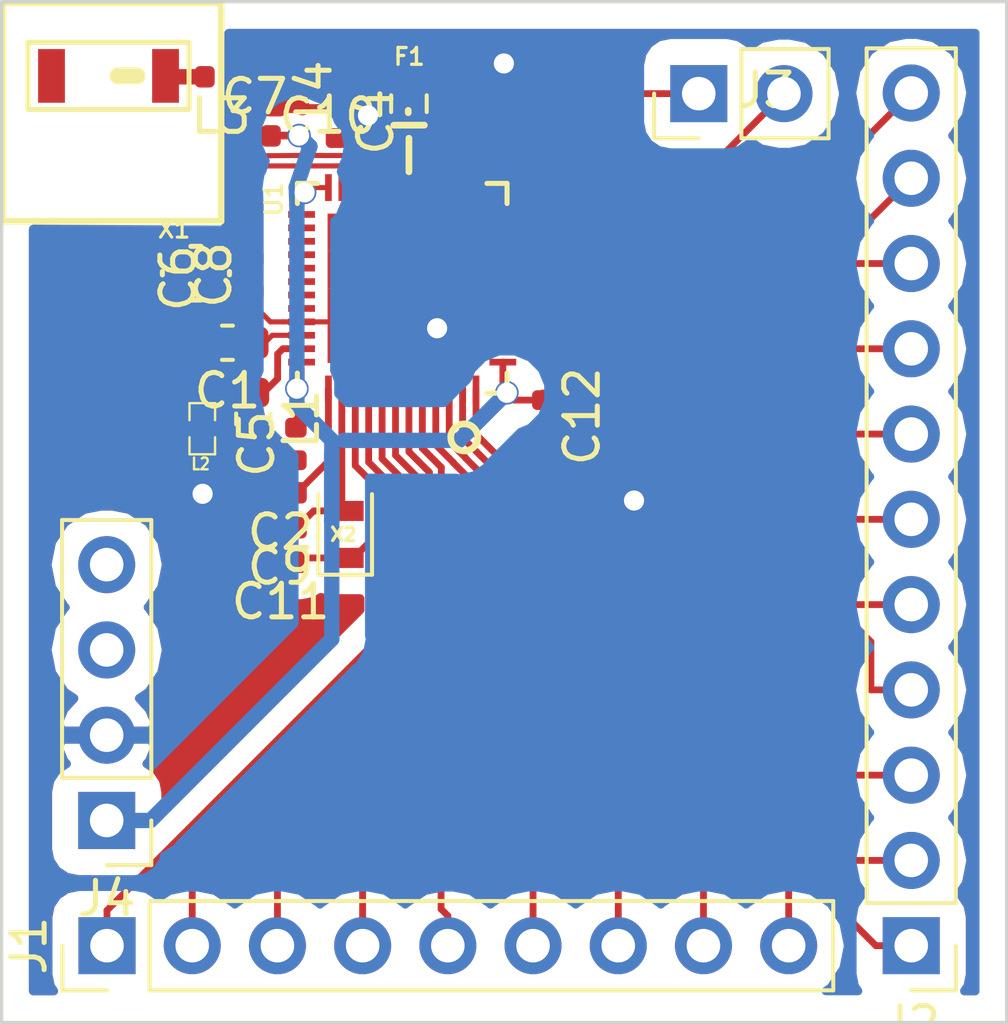
<source format=kicad_pcb>
(kicad_pcb (version 20171130) (host pcbnew "(5.0.1)-3")

  (general
    (thickness 1.6)
    (drawings 14)
    (tracks 260)
    (zones 0)
    (modules 24)
    (nets 52)
  )

  (page A4)
  (layers
    (0 F.Cu signal hide)
    (31 B.Cu signal hide)
    (32 B.Adhes user hide)
    (33 F.Adhes user hide)
    (34 B.Paste user hide)
    (35 F.Paste user hide)
    (36 B.SilkS user hide)
    (37 F.SilkS user hide)
    (38 B.Mask user hide)
    (39 F.Mask user hide)
    (40 Dwgs.User user)
    (41 Cmts.User user)
    (42 Eco1.User user)
    (43 Eco2.User user)
    (44 Edge.Cuts user)
    (45 Margin user)
    (46 B.CrtYd user)
    (47 F.CrtYd user)
    (48 B.Fab user)
    (49 F.Fab user)
  )

  (setup
    (last_trace_width 0.2032)
    (user_trace_width 0.1524)
    (user_trace_width 0.4572)
    (trace_clearance 0.1524)
    (zone_clearance 0.762)
    (zone_45_only no)
    (trace_min 0.0508)
    (segment_width 0.2)
    (edge_width 0.15)
    (via_size 0.7)
    (via_drill 0.6)
    (via_min_size 0.4)
    (via_min_drill 0.3)
    (uvia_size 0.7)
    (uvia_drill 0.6)
    (uvias_allowed no)
    (uvia_min_size 0.2)
    (uvia_min_drill 0.1)
    (pcb_text_width 0.3)
    (pcb_text_size 1.5 1.5)
    (mod_edge_width 0.15)
    (mod_text_size 1 1)
    (mod_text_width 0.15)
    (pad_size 1.524 1.524)
    (pad_drill 0.762)
    (pad_to_mask_clearance 0.051)
    (solder_mask_min_width 0.25)
    (aux_axis_origin 0 0)
    (visible_elements 7FFFFFFF)
    (pcbplotparams
      (layerselection 0x01000_ffffffff)
      (usegerberextensions false)
      (usegerberattributes false)
      (usegerberadvancedattributes false)
      (creategerberjobfile false)
      (excludeedgelayer true)
      (linewidth 0.100000)
      (plotframeref false)
      (viasonmask false)
      (mode 1)
      (useauxorigin false)
      (hpglpennumber 1)
      (hpglpenspeed 20)
      (hpglpendiameter 15.000000)
      (psnegative false)
      (psa4output false)
      (plotreference true)
      (plotvalue true)
      (plotinvisibletext false)
      (padsonsilk false)
      (subtractmaskfromsilk false)
      (outputformat 1)
      (mirror false)
      (drillshape 0)
      (scaleselection 1)
      (outputdirectory "../Gerber/"))
  )

  (net 0 "")
  (net 1 "Net-(A1-Pad1)")
  (net 2 DGND)
  (net 3 "Net-(F1-Pad2)")
  (net 4 /RF)
  (net 5 "Net-(L1-Pad1)")
  (net 6 "Net-(L1-Pad2)")
  (net 7 "Net-(C1-Pad1)")
  (net 8 /DEC1)
  (net 9 /LOAD_SW_CTRL)
  (net 10 /AIN_BAT_DIV_VOLTAGE)
  (net 11 /P10)
  (net 12 /P17)
  (net 13 /SWDCLK)
  (net 14 /SWDIO)
  (net 15 "Net-(U1-Pad27)")
  (net 16 "Net-(U1-Pad28)")
  (net 17 "Net-(U1-Pad29)")
  (net 18 "Net-(U1-Pad32)")
  (net 19 /DEC3)
  (net 20 "Net-(U1-Pad37)")
  (net 21 "Net-(U1-Pad38)")
  (net 22 "Net-(U1-Pad39)")
  (net 23 "Net-(U1-Pad40)")
  (net 24 "Net-(U1-Pad41)")
  (net 25 "Net-(U1-Pad42)")
  (net 26 "Net-(U1-Pad43)")
  (net 27 "Net-(U1-Pad44)")
  (net 28 "Net-(C6-Pad2)")
  (net 29 "Net-(C8-Pad2)")
  (net 30 "Net-(C10-Pad2)")
  (net 31 /P09)
  (net 32 "Net-(C11-Pad1)")
  (net 33 "Net-(C9-Pad1)")
  (net 34 /P02)
  (net 35 /P05)
  (net 36 /P06)
  (net 37 /P07)
  (net 38 /P08)
  (net 39 /DVDD)
  (net 40 /MAX30003_INT)
  (net 41 /MAX30003_INT2)
  (net 42 /MAX30003_SDO)
  (net 43 /MAX30003_SDI)
  (net 44 /MAX30003_SCLK)
  (net 45 /MAX30003_CSB)
  (net 46 /BMI_INT2)
  (net 47 /BMI_INT1)
  (net 48 /BMI_SDA)
  (net 49 /BMI_SCL)
  (net 50 /AVDD)
  (net 51 AGND)

  (net_class Default "This is the default net class."
    (clearance 0.1524)
    (trace_width 0.2032)
    (via_dia 0.7)
    (via_drill 0.6)
    (uvia_dia 0.7)
    (uvia_drill 0.6)
    (add_net /AIN_BAT_DIV_VOLTAGE)
    (add_net /AVDD)
    (add_net /BMI_INT1)
    (add_net /BMI_INT2)
    (add_net /BMI_SCL)
    (add_net /BMI_SDA)
    (add_net /DEC1)
    (add_net /DEC3)
    (add_net /DVDD)
    (add_net /LOAD_SW_CTRL)
    (add_net /MAX30003_CSB)
    (add_net /MAX30003_INT)
    (add_net /MAX30003_INT2)
    (add_net /MAX30003_SCLK)
    (add_net /MAX30003_SDI)
    (add_net /MAX30003_SDO)
    (add_net /P02)
    (add_net /P05)
    (add_net /P06)
    (add_net /P07)
    (add_net /P08)
    (add_net /P09)
    (add_net /P10)
    (add_net /P17)
    (add_net /RF)
    (add_net /SWDCLK)
    (add_net /SWDIO)
    (add_net AGND)
    (add_net DGND)
    (add_net "Net-(A1-Pad1)")
    (add_net "Net-(C1-Pad1)")
    (add_net "Net-(C10-Pad2)")
    (add_net "Net-(C11-Pad1)")
    (add_net "Net-(C6-Pad2)")
    (add_net "Net-(C8-Pad2)")
    (add_net "Net-(C9-Pad1)")
    (add_net "Net-(F1-Pad2)")
    (add_net "Net-(L1-Pad1)")
    (add_net "Net-(L1-Pad2)")
    (add_net "Net-(U1-Pad27)")
    (add_net "Net-(U1-Pad28)")
    (add_net "Net-(U1-Pad29)")
    (add_net "Net-(U1-Pad32)")
    (add_net "Net-(U1-Pad37)")
    (add_net "Net-(U1-Pad38)")
    (add_net "Net-(U1-Pad39)")
    (add_net "Net-(U1-Pad40)")
    (add_net "Net-(U1-Pad41)")
    (add_net "Net-(U1-Pad42)")
    (add_net "Net-(U1-Pad43)")
    (add_net "Net-(U1-Pad44)")
  )

  (net_class 6 ""
    (clearance 0.1524)
    (trace_width 0.1524)
    (via_dia 0.7)
    (via_drill 0.6)
    (uvia_dia 0.7)
    (uvia_drill 0.6)
  )

  (module Capacitor_SMD:C_0402_1005Metric (layer F.Cu) (tedit 5B301BBE) (tstamp 5D8EE3C4)
    (at 210.055 109.7 180)
    (descr "Capacitor SMD 0402 (1005 Metric), square (rectangular) end terminal, IPC_7351 nominal, (Body size source: http://www.tortai-tech.com/upload/download/2011102023233369053.pdf), generated with kicad-footprint-generator")
    (tags capacitor)
    (path /59819979)
    (attr smd)
    (fp_text reference C2 (at 0 -1.17 180) (layer F.SilkS)
      (effects (font (size 1 1) (thickness 0.15)))
    )
    (fp_text value 100nF (at 0 1.17 180) (layer F.Fab)
      (effects (font (size 1 1) (thickness 0.15)))
    )
    (fp_text user %R (at 0 0 180) (layer F.Fab)
      (effects (font (size 0.25 0.25) (thickness 0.04)))
    )
    (fp_line (start 0.93 0.47) (end -0.93 0.47) (layer F.CrtYd) (width 0.05))
    (fp_line (start 0.93 -0.47) (end 0.93 0.47) (layer F.CrtYd) (width 0.05))
    (fp_line (start -0.93 -0.47) (end 0.93 -0.47) (layer F.CrtYd) (width 0.05))
    (fp_line (start -0.93 0.47) (end -0.93 -0.47) (layer F.CrtYd) (width 0.05))
    (fp_line (start 0.5 0.25) (end -0.5 0.25) (layer F.Fab) (width 0.1))
    (fp_line (start 0.5 -0.25) (end 0.5 0.25) (layer F.Fab) (width 0.1))
    (fp_line (start -0.5 -0.25) (end 0.5 -0.25) (layer F.Fab) (width 0.1))
    (fp_line (start -0.5 0.25) (end -0.5 -0.25) (layer F.Fab) (width 0.1))
    (pad 2 smd roundrect (at 0.485 0 180) (size 0.59 0.64) (layers F.Cu F.Paste F.Mask) (roundrect_rratio 0.25)
      (net 2 DGND))
    (pad 1 smd roundrect (at -0.485 0 180) (size 0.59 0.64) (layers F.Cu F.Paste F.Mask) (roundrect_rratio 0.25)
      (net 8 /DEC1))
    (model ${KISYS3DMOD}/Capacitor_SMD.3dshapes/C_0402_1005Metric.wrl
      (at (xyz 0 0 0))
      (scale (xyz 1 1 1))
      (rotate (xyz 0 0 0))
    )
  )

  (module Capacitor_SMD:C_0402_1005Metric (layer F.Cu) (tedit 5B301BBE) (tstamp 5D8EEDAC)
    (at 210.055 110.74 180)
    (descr "Capacitor SMD 0402 (1005 Metric), square (rectangular) end terminal, IPC_7351 nominal, (Body size source: http://www.tortai-tech.com/upload/download/2011102023233369053.pdf), generated with kicad-footprint-generator")
    (tags capacitor)
    (path /59805BFF)
    (attr smd)
    (fp_text reference C9 (at 0 -1.17 180) (layer F.SilkS)
      (effects (font (size 1 1) (thickness 0.15)))
    )
    (fp_text value 12pF (at 0 1.17 180) (layer F.Fab)
      (effects (font (size 1 1) (thickness 0.15)))
    )
    (fp_line (start -0.5 0.25) (end -0.5 -0.25) (layer F.Fab) (width 0.1))
    (fp_line (start -0.5 -0.25) (end 0.5 -0.25) (layer F.Fab) (width 0.1))
    (fp_line (start 0.5 -0.25) (end 0.5 0.25) (layer F.Fab) (width 0.1))
    (fp_line (start 0.5 0.25) (end -0.5 0.25) (layer F.Fab) (width 0.1))
    (fp_line (start -0.93 0.47) (end -0.93 -0.47) (layer F.CrtYd) (width 0.05))
    (fp_line (start -0.93 -0.47) (end 0.93 -0.47) (layer F.CrtYd) (width 0.05))
    (fp_line (start 0.93 -0.47) (end 0.93 0.47) (layer F.CrtYd) (width 0.05))
    (fp_line (start 0.93 0.47) (end -0.93 0.47) (layer F.CrtYd) (width 0.05))
    (fp_text user %R (at 0 0 180) (layer F.Fab)
      (effects (font (size 0.25 0.25) (thickness 0.04)))
    )
    (pad 1 smd roundrect (at -0.485 0 180) (size 0.59 0.64) (layers F.Cu F.Paste F.Mask) (roundrect_rratio 0.25)
      (net 33 "Net-(C9-Pad1)"))
    (pad 2 smd roundrect (at 0.485 0 180) (size 0.59 0.64) (layers F.Cu F.Paste F.Mask) (roundrect_rratio 0.25)
      (net 2 DGND))
    (model ${KISYS3DMOD}/Capacitor_SMD.3dshapes/C_0402_1005Metric.wrl
      (at (xyz 0 0 0))
      (scale (xyz 1 1 1))
      (rotate (xyz 0 0 0))
    )
  )

  (module Capacitor_SMD:C_0402_1005Metric (layer F.Cu) (tedit 5B301BBE) (tstamp 5D8EB620)
    (at 210.51 108.245 90)
    (descr "Capacitor SMD 0402 (1005 Metric), square (rectangular) end terminal, IPC_7351 nominal, (Body size source: http://www.tortai-tech.com/upload/download/2011102023233369053.pdf), generated with kicad-footprint-generator")
    (tags capacitor)
    (path /5980E790)
    (attr smd)
    (fp_text reference C5 (at 0 -1.17 90) (layer F.SilkS)
      (effects (font (size 1 1) (thickness 0.15)))
    )
    (fp_text value 4.7µF (at 0 1.17 90) (layer F.Fab)
      (effects (font (size 1 1) (thickness 0.15)))
    )
    (fp_text user %R (at 0 0 90) (layer F.Fab)
      (effects (font (size 0.25 0.25) (thickness 0.04)))
    )
    (fp_line (start 0.93 0.47) (end -0.93 0.47) (layer F.CrtYd) (width 0.05))
    (fp_line (start 0.93 -0.47) (end 0.93 0.47) (layer F.CrtYd) (width 0.05))
    (fp_line (start -0.93 -0.47) (end 0.93 -0.47) (layer F.CrtYd) (width 0.05))
    (fp_line (start -0.93 0.47) (end -0.93 -0.47) (layer F.CrtYd) (width 0.05))
    (fp_line (start 0.5 0.25) (end -0.5 0.25) (layer F.Fab) (width 0.1))
    (fp_line (start 0.5 -0.25) (end 0.5 0.25) (layer F.Fab) (width 0.1))
    (fp_line (start -0.5 -0.25) (end 0.5 -0.25) (layer F.Fab) (width 0.1))
    (fp_line (start -0.5 0.25) (end -0.5 -0.25) (layer F.Fab) (width 0.1))
    (pad 2 smd roundrect (at 0.485 0 90) (size 0.59 0.64) (layers F.Cu F.Paste F.Mask) (roundrect_rratio 0.25)
      (net 39 /DVDD))
    (pad 1 smd roundrect (at -0.485 0 90) (size 0.59 0.64) (layers F.Cu F.Paste F.Mask) (roundrect_rratio 0.25)
      (net 2 DGND))
    (model ${KISYS3DMOD}/Capacitor_SMD.3dshapes/C_0402_1005Metric.wrl
      (at (xyz 0 0 0))
      (scale (xyz 1 1 1))
      (rotate (xyz 0 0 0))
    )
  )

  (module Connector_PinHeader_2.54mm:PinHeader_1x11_P2.54mm_Vertical (layer F.Cu) (tedit 59FED5CC) (tstamp 5D8E88EC)
    (at 228.854 123.19 180)
    (descr "Through hole straight pin header, 1x11, 2.54mm pitch, single row")
    (tags "Through hole pin header THT 1x11 2.54mm single row")
    (path /5D9826AF)
    (fp_text reference J2 (at 0 -2.33 180) (layer F.SilkS)
      (effects (font (size 1 1) (thickness 0.15)))
    )
    (fp_text value Conn_01x11 (at 0 27.73 180) (layer F.Fab)
      (effects (font (size 1 1) (thickness 0.15)))
    )
    (fp_line (start -0.635 -1.27) (end 1.27 -1.27) (layer F.Fab) (width 0.1))
    (fp_line (start 1.27 -1.27) (end 1.27 26.67) (layer F.Fab) (width 0.1))
    (fp_line (start 1.27 26.67) (end -1.27 26.67) (layer F.Fab) (width 0.1))
    (fp_line (start -1.27 26.67) (end -1.27 -0.635) (layer F.Fab) (width 0.1))
    (fp_line (start -1.27 -0.635) (end -0.635 -1.27) (layer F.Fab) (width 0.1))
    (fp_line (start -1.33 26.73) (end 1.33 26.73) (layer F.SilkS) (width 0.12))
    (fp_line (start -1.33 1.27) (end -1.33 26.73) (layer F.SilkS) (width 0.12))
    (fp_line (start 1.33 1.27) (end 1.33 26.73) (layer F.SilkS) (width 0.12))
    (fp_line (start -1.33 1.27) (end 1.33 1.27) (layer F.SilkS) (width 0.12))
    (fp_line (start -1.33 0) (end -1.33 -1.33) (layer F.SilkS) (width 0.12))
    (fp_line (start -1.33 -1.33) (end 0 -1.33) (layer F.SilkS) (width 0.12))
    (fp_line (start -1.8 -1.8) (end -1.8 27.2) (layer F.CrtYd) (width 0.05))
    (fp_line (start -1.8 27.2) (end 1.8 27.2) (layer F.CrtYd) (width 0.05))
    (fp_line (start 1.8 27.2) (end 1.8 -1.8) (layer F.CrtYd) (width 0.05))
    (fp_line (start 1.8 -1.8) (end -1.8 -1.8) (layer F.CrtYd) (width 0.05))
    (fp_text user %R (at 0 12.7 270) (layer F.Fab)
      (effects (font (size 1 1) (thickness 0.15)))
    )
    (pad 1 thru_hole rect (at 0 0 180) (size 1.7 1.7) (drill 1) (layers *.Cu *.Mask)
      (net 45 /MAX30003_CSB))
    (pad 2 thru_hole oval (at 0 2.54 180) (size 1.7 1.7) (drill 1) (layers *.Cu *.Mask)
      (net 44 /MAX30003_SCLK))
    (pad 3 thru_hole oval (at 0 5.08 180) (size 1.7 1.7) (drill 1) (layers *.Cu *.Mask)
      (net 43 /MAX30003_SDI))
    (pad 4 thru_hole oval (at 0 7.62 180) (size 1.7 1.7) (drill 1) (layers *.Cu *.Mask)
      (net 42 /MAX30003_SDO))
    (pad 5 thru_hole oval (at 0 10.16 180) (size 1.7 1.7) (drill 1) (layers *.Cu *.Mask)
      (net 41 /MAX30003_INT2))
    (pad 6 thru_hole oval (at 0 12.7 180) (size 1.7 1.7) (drill 1) (layers *.Cu *.Mask)
      (net 40 /MAX30003_INT))
    (pad 7 thru_hole oval (at 0 15.24 180) (size 1.7 1.7) (drill 1) (layers *.Cu *.Mask)
      (net 12 /P17))
    (pad 8 thru_hole oval (at 0 17.78 180) (size 1.7 1.7) (drill 1) (layers *.Cu *.Mask)
      (net 46 /BMI_INT2))
    (pad 9 thru_hole oval (at 0 20.32 180) (size 1.7 1.7) (drill 1) (layers *.Cu *.Mask)
      (net 47 /BMI_INT1))
    (pad 10 thru_hole oval (at 0 22.86 180) (size 1.7 1.7) (drill 1) (layers *.Cu *.Mask)
      (net 48 /BMI_SDA))
    (pad 11 thru_hole oval (at 0 25.4 180) (size 1.7 1.7) (drill 1) (layers *.Cu *.Mask)
      (net 49 /BMI_SCL))
    (model ${KISYS3DMOD}/Connector_PinHeader_2.54mm.3dshapes/PinHeader_1x11_P2.54mm_Vertical.wrl
      (at (xyz 0 0 0))
      (scale (xyz 1 1 1))
      (rotate (xyz 0 0 0))
    )
  )

  (module CRYSTAL-SMD-2.0MMx1.6MM (layer F.Cu) (tedit 597F94FB) (tstamp 5D8EB1C0)
    (at 207.53 103.158)
    (path /598095F5)
    (fp_text reference X1 (at -0.65 -1.3) (layer F.SilkS)
      (effects (font (size 0.5 0.5) (thickness 0.092)))
    )
    (fp_text value Crystal_GND24 (at 0 -0.035355) (layer F.SilkS) hide
      (effects (font (size 0.127 0.127) (thickness 0.03175)))
    )
    (fp_line (start 1 0) (end 1 0.05) (layer F.SilkS) (width 0.15))
    (fp_line (start 1 0) (end 1 -0.05) (layer F.SilkS) (width 0.15))
    (fp_line (start -1 0) (end -1 0.05) (layer F.SilkS) (width 0.15))
    (fp_line (start -1 0) (end -1 -0.05) (layer F.SilkS) (width 0.15))
    (fp_line (start 0 0.8) (end 0.15 0.8) (layer F.SilkS) (width 0.15))
    (fp_line (start 0 0.8) (end -0.15 0.8) (layer F.SilkS) (width 0.15))
    (fp_line (start 0 -0.8) (end 0.15 -0.8) (layer F.SilkS) (width 0.15))
    (fp_line (start 0 -0.8) (end -0.15 -0.8) (layer F.SilkS) (width 0.15))
    (pad 4 smd rect (at -0.7 -0.55) (size 0.9 0.8) (layers F.Cu F.Paste F.Mask)
      (net 2 DGND))
    (pad 3 smd rect (at 0.7 -0.55) (size 0.9 0.8) (layers F.Cu F.Paste F.Mask)
      (net 29 "Net-(C8-Pad2)"))
    (pad 1 smd rect (at -0.7 0.55) (size 0.9 0.8) (layers F.Cu F.Paste F.Mask)
      (net 28 "Net-(C6-Pad2)"))
    (pad 2 smd rect (at 0.7 0.55) (size 0.9 0.8) (layers F.Cu F.Paste F.Mask)
      (net 2 DGND))
  )

  (module SM0402 (layer F.Cu) (tedit 5D8A9E66) (tstamp 5D8ED76F)
    (at 207.72 107.79042 90)
    (path /59810E4A)
    (attr smd)
    (fp_text reference L2 (at -1.05 -0.05 180) (layer F.SilkS)
      (effects (font (size 0.35052 0.3048) (thickness 0.07112)))
    )
    (fp_text value 15nH (at 0.09906 0 90) (layer F.SilkS) hide
      (effects (font (size 0.35052 0.3048) (thickness 0.07112)))
    )
    (fp_line (start -0.254 -0.381) (end -0.762 -0.381) (layer F.SilkS) (width 0.07112))
    (fp_line (start -0.762 -0.381) (end -0.762 0.381) (layer F.SilkS) (width 0.07112))
    (fp_line (start -0.762 0.381) (end -0.254 0.381) (layer F.SilkS) (width 0.07112))
    (fp_line (start 0.254 -0.381) (end 0.762 -0.381) (layer F.SilkS) (width 0.07112))
    (fp_line (start 0.762 -0.381) (end 0.762 0.381) (layer F.SilkS) (width 0.07112))
    (fp_line (start 0.762 0.381) (end 0.254 0.381) (layer F.SilkS) (width 0.07112))
    (pad 1 smd rect (at -0.44958 0 90) (size 0.39878 0.59944) (layers F.Cu F.Paste F.Mask)
      (net 6 "Net-(L1-Pad2)"))
    (pad 2 smd rect (at 0.44958 0 90) (size 0.39878 0.59944) (layers F.Cu F.Paste F.Mask)
      (net 7 "Net-(C1-Pad1)"))
    (model smd\chip_cms.wrl
      (offset (xyz 0 0 0.05079999923706055))
      (scale (xyz 0.05 0.05 0.05))
      (rotate (xyz 0 0 0))
    )
  )

  (module Crystals:Crystal_SMD_2012-2pin_2.0x1.2mm (layer F.Cu) (tedit 5D8E2A34) (tstamp 5D8EF009)
    (at 211.98 110.94 90)
    (descr "SMD Crystal 2012/2 http://txccrystal.com/images/pdf/9ht11.pdf, 2.0x1.2mm^2 package")
    (tags "SMD SMT crystal")
    (path /5980527C)
    (attr smd)
    (fp_text reference X2 (at 0 -0.05 180) (layer F.SilkS)
      (effects (font (size 0.4 0.4) (thickness 0.1)))
    )
    (fp_text value "32.768 kHz" (at 0 1.8 90) (layer F.Fab)
      (effects (font (size 1 1) (thickness 0.15)))
    )
    (fp_text user %R (at 0 0 90) (layer F.Fab)
      (effects (font (size 0.5 0.5) (thickness 0.075)))
    )
    (fp_line (start -1 -0.6) (end -1 0.6) (layer F.Fab) (width 0.1))
    (fp_line (start -1 0.6) (end 1 0.6) (layer F.Fab) (width 0.1))
    (fp_line (start 1 0.6) (end 1 -0.6) (layer F.Fab) (width 0.1))
    (fp_line (start 1 -0.6) (end -1 -0.6) (layer F.Fab) (width 0.1))
    (fp_line (start -1 0.1) (end -0.5 0.6) (layer F.Fab) (width 0.1))
    (fp_line (start 1.2 -0.8) (end -1.2 -0.8) (layer F.SilkS) (width 0.12))
    (fp_line (start -1.2 -0.8) (end -1.2 0.8) (layer F.SilkS) (width 0.12))
    (fp_line (start -1.2 0.8) (end 1.2 0.8) (layer F.SilkS) (width 0.12))
    (fp_line (start -1.3 -0.9) (end -1.3 0.9) (layer F.CrtYd) (width 0.05))
    (fp_line (start -1.3 0.9) (end 1.3 0.9) (layer F.CrtYd) (width 0.05))
    (fp_line (start 1.3 0.9) (end 1.3 -0.9) (layer F.CrtYd) (width 0.05))
    (fp_line (start 1.3 -0.9) (end -1.3 -0.9) (layer F.CrtYd) (width 0.05))
    (fp_circle (center 0 0) (end 0.2 0) (layer F.Adhes) (width 0.1))
    (fp_circle (center 0 0) (end 0.166667 0) (layer F.Adhes) (width 0.066667))
    (fp_circle (center 0 0) (end 0.106667 0) (layer F.Adhes) (width 0.066667))
    (fp_circle (center 0 0) (end 0.046667 0) (layer F.Adhes) (width 0.093333))
    (pad 1 smd rect (at -0.7 0 90) (size 0.6 1.1) (layers F.Cu F.Paste F.Mask)
      (net 32 "Net-(C11-Pad1)"))
    (pad 2 smd rect (at 0.7 0 90) (size 0.6 1.1) (layers F.Cu F.Paste F.Mask)
      (net 33 "Net-(C9-Pad1)"))
    (model ${KISYS3DMOD}/Crystals.3dshapes/Crystal_SMD_2012-2pin_2.0x1.2mm.wrl
      (at (xyz 0 0 0))
      (scale (xyz 1 1 1))
      (rotate (xyz 0 0 0))
    )
  )

  (module Connector_PinHeader_2.54mm:PinHeader_1x09_P2.54mm_Vertical (layer F.Cu) (tedit 59FED5CC) (tstamp 5DA34F0B)
    (at 204.88 123.19 90)
    (descr "Through hole straight pin header, 1x09, 2.54mm pitch, single row")
    (tags "Through hole pin header THT 1x09 2.54mm single row")
    (path /5D9FED70)
    (fp_text reference J1 (at 0 -2.33 90) (layer F.SilkS)
      (effects (font (size 1 1) (thickness 0.15)))
    )
    (fp_text value Conn_01x09 (at 0 22.65 90) (layer F.Fab)
      (effects (font (size 1 1) (thickness 0.15)))
    )
    (fp_line (start -0.635 -1.27) (end 1.27 -1.27) (layer F.Fab) (width 0.1))
    (fp_line (start 1.27 -1.27) (end 1.27 21.59) (layer F.Fab) (width 0.1))
    (fp_line (start 1.27 21.59) (end -1.27 21.59) (layer F.Fab) (width 0.1))
    (fp_line (start -1.27 21.59) (end -1.27 -0.635) (layer F.Fab) (width 0.1))
    (fp_line (start -1.27 -0.635) (end -0.635 -1.27) (layer F.Fab) (width 0.1))
    (fp_line (start -1.33 21.65) (end 1.33 21.65) (layer F.SilkS) (width 0.12))
    (fp_line (start -1.33 1.27) (end -1.33 21.65) (layer F.SilkS) (width 0.12))
    (fp_line (start 1.33 1.27) (end 1.33 21.65) (layer F.SilkS) (width 0.12))
    (fp_line (start -1.33 1.27) (end 1.33 1.27) (layer F.SilkS) (width 0.12))
    (fp_line (start -1.33 0) (end -1.33 -1.33) (layer F.SilkS) (width 0.12))
    (fp_line (start -1.33 -1.33) (end 0 -1.33) (layer F.SilkS) (width 0.12))
    (fp_line (start -1.8 -1.8) (end -1.8 22.1) (layer F.CrtYd) (width 0.05))
    (fp_line (start -1.8 22.1) (end 1.8 22.1) (layer F.CrtYd) (width 0.05))
    (fp_line (start 1.8 22.1) (end 1.8 -1.8) (layer F.CrtYd) (width 0.05))
    (fp_line (start 1.8 -1.8) (end -1.8 -1.8) (layer F.CrtYd) (width 0.05))
    (fp_text user %R (at 0 10.16 180) (layer F.Fab)
      (effects (font (size 1 1) (thickness 0.15)))
    )
    (pad 1 thru_hole rect (at 0 0 90) (size 1.7 1.7) (drill 1) (layers *.Cu *.Mask)
      (net 34 /P02))
    (pad 2 thru_hole oval (at 0 2.54 90) (size 1.7 1.7) (drill 1) (layers *.Cu *.Mask)
      (net 9 /LOAD_SW_CTRL))
    (pad 3 thru_hole oval (at 0 5.08 90) (size 1.7 1.7) (drill 1) (layers *.Cu *.Mask)
      (net 10 /AIN_BAT_DIV_VOLTAGE))
    (pad 4 thru_hole oval (at 0 7.62 90) (size 1.7 1.7) (drill 1) (layers *.Cu *.Mask)
      (net 35 /P05))
    (pad 5 thru_hole oval (at 0 10.16 90) (size 1.7 1.7) (drill 1) (layers *.Cu *.Mask)
      (net 36 /P06))
    (pad 6 thru_hole oval (at 0 12.7 90) (size 1.7 1.7) (drill 1) (layers *.Cu *.Mask)
      (net 37 /P07))
    (pad 7 thru_hole oval (at 0 15.24 90) (size 1.7 1.7) (drill 1) (layers *.Cu *.Mask)
      (net 38 /P08))
    (pad 8 thru_hole oval (at 0 17.78 90) (size 1.7 1.7) (drill 1) (layers *.Cu *.Mask)
      (net 31 /P09))
    (pad 9 thru_hole oval (at 0 20.32 90) (size 1.7 1.7) (drill 1) (layers *.Cu *.Mask)
      (net 11 /P10))
    (model ${KISYS3DMOD}/Connector_PinHeader_2.54mm.3dshapes/PinHeader_1x09_P2.54mm_Vertical.wrl
      (at (xyz 0 0 0))
      (scale (xyz 1 1 1))
      (rotate (xyz 0 0 0))
    )
  )

  (module Connector_PinHeader_2.54mm:PinHeader_1x02_P2.54mm_Vertical (layer F.Cu) (tedit 5C67A391) (tstamp 5D8E9CEB)
    (at 222.52 97.81 90)
    (descr "Through hole straight pin header, 1x02, 2.54mm pitch, single row")
    (tags "Through hole pin header THT 1x02 2.54mm single row")
    (path /5DA2C7AE)
    (fp_text reference J3 (at 0.099 2.018 180) (layer F.SilkS)
      (effects (font (size 1 1) (thickness 0.15)))
    )
    (fp_text value Conn_01x02 (at 0 4.87 90) (layer F.Fab)
      (effects (font (size 1 1) (thickness 0.15)))
    )
    (fp_text user %R (at 0 1.27 180) (layer F.Fab)
      (effects (font (size 1 1) (thickness 0.15)))
    )
    (fp_line (start 1.8 -1.8) (end -1.8 -1.8) (layer F.CrtYd) (width 0.05))
    (fp_line (start 1.8 4.35) (end 1.8 -1.8) (layer F.CrtYd) (width 0.05))
    (fp_line (start -1.8 4.35) (end 1.8 4.35) (layer F.CrtYd) (width 0.05))
    (fp_line (start -1.8 -1.8) (end -1.8 4.35) (layer F.CrtYd) (width 0.05))
    (fp_line (start -1.33 -1.33) (end 0 -1.33) (layer F.SilkS) (width 0.12))
    (fp_line (start -1.33 0) (end -1.33 -1.33) (layer F.SilkS) (width 0.12))
    (fp_line (start -1.33 1.27) (end 1.33 1.27) (layer F.SilkS) (width 0.12))
    (fp_line (start 1.33 1.27) (end 1.33 3.87) (layer F.SilkS) (width 0.12))
    (fp_line (start -1.33 1.27) (end -1.33 3.87) (layer F.SilkS) (width 0.12))
    (fp_line (start -1.33 3.87) (end 1.33 3.87) (layer F.SilkS) (width 0.12))
    (fp_line (start -1.27 -0.635) (end -0.635 -1.27) (layer F.Fab) (width 0.1))
    (fp_line (start -1.27 3.81) (end -1.27 -0.635) (layer F.Fab) (width 0.1))
    (fp_line (start 1.27 3.81) (end -1.27 3.81) (layer F.Fab) (width 0.1))
    (fp_line (start 1.27 -1.27) (end 1.27 3.81) (layer F.Fab) (width 0.1))
    (fp_line (start -0.635 -1.27) (end 1.27 -1.27) (layer F.Fab) (width 0.1))
    (pad 2 thru_hole oval (at 0 2.54 90) (size 1.7 1.7) (drill 1) (layers *.Cu *.Mask)
      (net 13 /SWDCLK))
    (pad 1 thru_hole rect (at 0 0 90) (size 1.7 1.7) (drill 1) (layers *.Cu *.Mask)
      (net 14 /SWDIO))
    (model ${KISYS3DMOD}/Connector_PinHeader_2.54mm.3dshapes/PinHeader_1x02_P2.54mm_Vertical.wrl
      (at (xyz 0 0 0))
      (scale (xyz 1 1 1))
      (rotate (xyz 0 0 0))
    )
  )

  (module Capacitor_SMD:C_0402_1005Metric (layer F.Cu) (tedit 5B301BBE) (tstamp 5D8EE4A5)
    (at 210.055 111.77 180)
    (descr "Capacitor SMD 0402 (1005 Metric), square (rectangular) end terminal, IPC_7351 nominal, (Body size source: http://www.tortai-tech.com/upload/download/2011102023233369053.pdf), generated with kicad-footprint-generator")
    (tags capacitor)
    (path /59806395)
    (attr smd)
    (fp_text reference C11 (at 0 -1.17 180) (layer F.SilkS)
      (effects (font (size 1 1) (thickness 0.15)))
    )
    (fp_text value 12pF (at 1.385 0.24 180) (layer F.Fab)
      (effects (font (size 1 1) (thickness 0.15)))
    )
    (fp_text user %R (at 0 0 180) (layer F.Fab)
      (effects (font (size 0.25 0.25) (thickness 0.04)))
    )
    (fp_line (start 0.93 0.47) (end -0.93 0.47) (layer F.CrtYd) (width 0.05))
    (fp_line (start 0.93 -0.47) (end 0.93 0.47) (layer F.CrtYd) (width 0.05))
    (fp_line (start -0.93 -0.47) (end 0.93 -0.47) (layer F.CrtYd) (width 0.05))
    (fp_line (start -0.93 0.47) (end -0.93 -0.47) (layer F.CrtYd) (width 0.05))
    (fp_line (start 0.5 0.25) (end -0.5 0.25) (layer F.Fab) (width 0.1))
    (fp_line (start 0.5 -0.25) (end 0.5 0.25) (layer F.Fab) (width 0.1))
    (fp_line (start -0.5 -0.25) (end 0.5 -0.25) (layer F.Fab) (width 0.1))
    (fp_line (start -0.5 0.25) (end -0.5 -0.25) (layer F.Fab) (width 0.1))
    (pad 2 smd roundrect (at 0.485 0 180) (size 0.59 0.64) (layers F.Cu F.Paste F.Mask) (roundrect_rratio 0.25)
      (net 2 DGND))
    (pad 1 smd roundrect (at -0.485 0 180) (size 0.59 0.64) (layers F.Cu F.Paste F.Mask) (roundrect_rratio 0.25)
      (net 32 "Net-(C11-Pad1)"))
    (model ${KISYS3DMOD}/Capacitor_SMD.3dshapes/C_0402_1005Metric.wrl
      (at (xyz 0 0 0))
      (scale (xyz 1 1 1))
      (rotate (xyz 0 0 0))
    )
  )

  (module Capacitor_SMD:C_0402_1005Metric (layer F.Cu) (tedit 5D8E7121) (tstamp 5D8EFCF3)
    (at 217.87 107.423 270)
    (descr "Capacitor SMD 0402 (1005 Metric), square (rectangular) end terminal, IPC_7351 nominal, (Body size source: http://www.tortai-tech.com/upload/download/2011102023233369053.pdf), generated with kicad-footprint-generator")
    (tags capacitor)
    (path /5980CF43)
    (attr smd)
    (fp_text reference C12 (at 0 -1.17 270) (layer F.SilkS)
      (effects (font (size 1 1) (thickness 0.15)))
    )
    (fp_text value 100nF (at 0 1.17 270) (layer F.Fab)
      (effects (font (size 1 1) (thickness 0.15)))
    )
    (fp_line (start -0.5 0.25) (end -0.5 -0.25) (layer F.Fab) (width 0.1))
    (fp_line (start -0.5 -0.25) (end 0.5 -0.25) (layer F.Fab) (width 0.1))
    (fp_line (start 0.5 -0.25) (end 0.5 0.25) (layer F.Fab) (width 0.1))
    (fp_line (start 0.5 0.25) (end -0.5 0.25) (layer F.Fab) (width 0.1))
    (fp_line (start -0.93 0.47) (end -0.93 -0.47) (layer F.CrtYd) (width 0.05))
    (fp_line (start -0.93 -0.47) (end 0.93 -0.47) (layer F.CrtYd) (width 0.05))
    (fp_line (start 0.93 -0.47) (end 0.93 0.47) (layer F.CrtYd) (width 0.05))
    (fp_line (start 0.93 0.47) (end -0.93 0.47) (layer F.CrtYd) (width 0.05))
    (fp_text user %R (at 0 0 270) (layer F.Fab)
      (effects (font (size 0.25 0.25) (thickness 0.04)))
    )
    (pad 1 smd roundrect (at -0.485 0 270) (size 0.59 0.64) (layers F.Cu F.Paste F.Mask) (roundrect_rratio 0.25)
      (net 39 /DVDD))
    (pad 2 smd roundrect (at 0.485 0 270) (size 0.59 0.64) (layers F.Cu F.Paste F.Mask) (roundrect_rratio 0.25)
      (net 2 DGND))
    (model ${KISYS3DMOD}/Capacitor_SMD.3dshapes/C_0402_1005Metric.wrl
      (at (xyz 0 0 0))
      (scale (xyz 1 1 1))
      (rotate (xyz 0 0 0))
    )
  )

  (module RF_Antenna:JTI-2450AT18A100-CHIP-ANT (layer F.Cu) (tedit 5820E629) (tstamp 5D8EB07A)
    (at 204.925 97.281 180)
    (path /5D8D6D93)
    (fp_text reference A1 (at -0.195 -0.089 180) (layer F.SilkS) hide
      (effects (font (size 1 1) (thickness 0.15)))
    )
    (fp_text value Antenna (at -0.013 0.021 180) (layer F.SilkS) hide
      (effects (font (size 0.127 0.127) (thickness 0.03175)))
    )
    (fp_line (start -2.4 -1) (end -2.3 -1) (layer F.SilkS) (width 0.15))
    (fp_line (start 2.4 -1) (end 2.4 1) (layer F.SilkS) (width 0.15))
    (fp_line (start -2.3 -1) (end 2.4 -1) (layer F.SilkS) (width 0.15))
    (fp_line (start -2.4 1) (end -2.4 -1) (layer F.SilkS) (width 0.15))
    (fp_line (start 2.4 1) (end -2.4 1) (layer F.SilkS) (width 0.15))
    (pad 2 smd rect (at 1.7 0 180) (size 0.8 1.6) (layers F.Cu F.Paste F.Mask))
    (pad 1 smd rect (at -1.7 0 180) (size 0.8 1.6) (layers F.Cu F.Paste F.Mask)
      (net 1 "Net-(A1-Pad1)"))
  )

  (module Capacitor_SMD:C_0603_1608Metric (layer F.Cu) (tedit 5B301BBE) (tstamp 5D8EB050)
    (at 208.47 105.23 180)
    (descr "Capacitor SMD 0603 (1608 Metric), square (rectangular) end terminal, IPC_7351 nominal, (Body size source: http://www.tortai-tech.com/upload/download/2011102023233369053.pdf), generated with kicad-footprint-generator")
    (tags capacitor)
    (path /59811F52)
    (attr smd)
    (fp_text reference C1 (at 0 -1.43 180) (layer F.SilkS)
      (effects (font (size 1 1) (thickness 0.15)))
    )
    (fp_text value 1.0µF (at 0 1.43 180) (layer F.Fab)
      (effects (font (size 1 1) (thickness 0.15)))
    )
    (fp_text user %R (at 0 0 180) (layer F.Fab)
      (effects (font (size 0.4 0.4) (thickness 0.06)))
    )
    (fp_line (start 1.48 0.73) (end -1.48 0.73) (layer F.CrtYd) (width 0.05))
    (fp_line (start 1.48 -0.73) (end 1.48 0.73) (layer F.CrtYd) (width 0.05))
    (fp_line (start -1.48 -0.73) (end 1.48 -0.73) (layer F.CrtYd) (width 0.05))
    (fp_line (start -1.48 0.73) (end -1.48 -0.73) (layer F.CrtYd) (width 0.05))
    (fp_line (start -0.162779 0.51) (end 0.162779 0.51) (layer F.SilkS) (width 0.12))
    (fp_line (start -0.162779 -0.51) (end 0.162779 -0.51) (layer F.SilkS) (width 0.12))
    (fp_line (start 0.8 0.4) (end -0.8 0.4) (layer F.Fab) (width 0.1))
    (fp_line (start 0.8 -0.4) (end 0.8 0.4) (layer F.Fab) (width 0.1))
    (fp_line (start -0.8 -0.4) (end 0.8 -0.4) (layer F.Fab) (width 0.1))
    (fp_line (start -0.8 0.4) (end -0.8 -0.4) (layer F.Fab) (width 0.1))
    (pad 2 smd roundrect (at 0.7875 0 180) (size 0.875 0.95) (layers F.Cu F.Paste F.Mask) (roundrect_rratio 0.25)
      (net 2 DGND))
    (pad 1 smd roundrect (at -0.7875 0 180) (size 0.875 0.95) (layers F.Cu F.Paste F.Mask) (roundrect_rratio 0.25)
      (net 7 "Net-(C1-Pad1)"))
    (model ${KISYS3DMOD}/Capacitor_SMD.3dshapes/C_0603_1608Metric.wrl
      (at (xyz 0 0 0))
      (scale (xyz 1 1 1))
      (rotate (xyz 0 0 0))
    )
  )

  (module Capacitor_SMD:C_0402_1005Metric (layer F.Cu) (tedit 5B301BBE) (tstamp 5D8EB024)
    (at 211.72 98.648 270)
    (descr "Capacitor SMD 0402 (1005 Metric), square (rectangular) end terminal, IPC_7351 nominal, (Body size source: http://www.tortai-tech.com/upload/download/2011102023233369053.pdf), generated with kicad-footprint-generator")
    (tags capacitor)
    (path /5981A678)
    (attr smd)
    (fp_text reference C4 (at 0 -1.17 270) (layer F.SilkS)
      (effects (font (size 1 1) (thickness 0.15)))
    )
    (fp_text value 100pF (at 0 1.17 270) (layer F.Fab)
      (effects (font (size 1 1) (thickness 0.15)))
    )
    (fp_line (start -0.5 0.25) (end -0.5 -0.25) (layer F.Fab) (width 0.1))
    (fp_line (start -0.5 -0.25) (end 0.5 -0.25) (layer F.Fab) (width 0.1))
    (fp_line (start 0.5 -0.25) (end 0.5 0.25) (layer F.Fab) (width 0.1))
    (fp_line (start 0.5 0.25) (end -0.5 0.25) (layer F.Fab) (width 0.1))
    (fp_line (start -0.93 0.47) (end -0.93 -0.47) (layer F.CrtYd) (width 0.05))
    (fp_line (start -0.93 -0.47) (end 0.93 -0.47) (layer F.CrtYd) (width 0.05))
    (fp_line (start 0.93 -0.47) (end 0.93 0.47) (layer F.CrtYd) (width 0.05))
    (fp_line (start 0.93 0.47) (end -0.93 0.47) (layer F.CrtYd) (width 0.05))
    (fp_text user %R (at 0 0 270) (layer F.Fab)
      (effects (font (size 0.25 0.25) (thickness 0.04)))
    )
    (pad 1 smd roundrect (at -0.485 0 270) (size 0.59 0.64) (layers F.Cu F.Paste F.Mask) (roundrect_rratio 0.25)
      (net 2 DGND))
    (pad 2 smd roundrect (at 0.485 0 270) (size 0.59 0.64) (layers F.Cu F.Paste F.Mask) (roundrect_rratio 0.25)
      (net 19 /DEC3))
    (model ${KISYS3DMOD}/Capacitor_SMD.3dshapes/C_0402_1005Metric.wrl
      (at (xyz 0 0 0))
      (scale (xyz 1 1 1))
      (rotate (xyz 0 0 0))
    )
  )

  (module Capacitor_SMD:C_0402_1005Metric (layer F.Cu) (tedit 5B301BBE) (tstamp 5D8EB0C6)
    (at 205.83 103.308 270)
    (descr "Capacitor SMD 0402 (1005 Metric), square (rectangular) end terminal, IPC_7351 nominal, (Body size source: http://www.tortai-tech.com/upload/download/2011102023233369053.pdf), generated with kicad-footprint-generator")
    (tags capacitor)
    (path /5980A64F)
    (attr smd)
    (fp_text reference C6 (at 0 -1.17 270) (layer F.SilkS)
      (effects (font (size 1 1) (thickness 0.15)))
    )
    (fp_text value 12pF (at 0 1.17 270) (layer F.Fab)
      (effects (font (size 1 1) (thickness 0.15)))
    )
    (fp_text user %R (at 0 0 270) (layer F.Fab)
      (effects (font (size 0.25 0.25) (thickness 0.04)))
    )
    (fp_line (start 0.93 0.47) (end -0.93 0.47) (layer F.CrtYd) (width 0.05))
    (fp_line (start 0.93 -0.47) (end 0.93 0.47) (layer F.CrtYd) (width 0.05))
    (fp_line (start -0.93 -0.47) (end 0.93 -0.47) (layer F.CrtYd) (width 0.05))
    (fp_line (start -0.93 0.47) (end -0.93 -0.47) (layer F.CrtYd) (width 0.05))
    (fp_line (start 0.5 0.25) (end -0.5 0.25) (layer F.Fab) (width 0.1))
    (fp_line (start 0.5 -0.25) (end 0.5 0.25) (layer F.Fab) (width 0.1))
    (fp_line (start -0.5 -0.25) (end 0.5 -0.25) (layer F.Fab) (width 0.1))
    (fp_line (start -0.5 0.25) (end -0.5 -0.25) (layer F.Fab) (width 0.1))
    (pad 2 smd roundrect (at 0.485 0 270) (size 0.59 0.64) (layers F.Cu F.Paste F.Mask) (roundrect_rratio 0.25)
      (net 28 "Net-(C6-Pad2)"))
    (pad 1 smd roundrect (at -0.485 0 270) (size 0.59 0.64) (layers F.Cu F.Paste F.Mask) (roundrect_rratio 0.25)
      (net 2 DGND))
    (model ${KISYS3DMOD}/Capacitor_SMD.3dshapes/C_0402_1005Metric.wrl
      (at (xyz 0 0 0))
      (scale (xyz 1 1 1))
      (rotate (xyz 0 0 0))
    )
  )

  (module Capacitor_SMD:C_0402_1005Metric (layer F.Cu) (tedit 5B301BBE) (tstamp 5D8EAFFA)
    (at 209.28042 99.068)
    (descr "Capacitor SMD 0402 (1005 Metric), square (rectangular) end terminal, IPC_7351 nominal, (Body size source: http://www.tortai-tech.com/upload/download/2011102023233369053.pdf), generated with kicad-footprint-generator")
    (tags capacitor)
    (path /5980D3F1)
    (attr smd)
    (fp_text reference C7 (at 0 -1.17) (layer F.SilkS)
      (effects (font (size 1 1) (thickness 0.15)))
    )
    (fp_text value 100nF (at -3.24042 1.152) (layer F.Fab)
      (effects (font (size 1 1) (thickness 0.15)))
    )
    (fp_text user %R (at 0 0) (layer F.Fab)
      (effects (font (size 0.25 0.25) (thickness 0.04)))
    )
    (fp_line (start 0.93 0.47) (end -0.93 0.47) (layer F.CrtYd) (width 0.05))
    (fp_line (start 0.93 -0.47) (end 0.93 0.47) (layer F.CrtYd) (width 0.05))
    (fp_line (start -0.93 -0.47) (end 0.93 -0.47) (layer F.CrtYd) (width 0.05))
    (fp_line (start -0.93 0.47) (end -0.93 -0.47) (layer F.CrtYd) (width 0.05))
    (fp_line (start 0.5 0.25) (end -0.5 0.25) (layer F.Fab) (width 0.1))
    (fp_line (start 0.5 -0.25) (end 0.5 0.25) (layer F.Fab) (width 0.1))
    (fp_line (start -0.5 -0.25) (end 0.5 -0.25) (layer F.Fab) (width 0.1))
    (fp_line (start -0.5 0.25) (end -0.5 -0.25) (layer F.Fab) (width 0.1))
    (pad 2 smd roundrect (at 0.485 0) (size 0.59 0.64) (layers F.Cu F.Paste F.Mask) (roundrect_rratio 0.25)
      (net 39 /DVDD))
    (pad 1 smd roundrect (at -0.485 0) (size 0.59 0.64) (layers F.Cu F.Paste F.Mask) (roundrect_rratio 0.25)
      (net 2 DGND))
    (model ${KISYS3DMOD}/Capacitor_SMD.3dshapes/C_0402_1005Metric.wrl
      (at (xyz 0 0 0))
      (scale (xyz 1 1 1))
      (rotate (xyz 0 0 0))
    )
  )

  (module Capacitor_SMD:C_0402_1005Metric (layer F.Cu) (tedit 5B301BBE) (tstamp 5D8EAFD0)
    (at 209.23 103.208 90)
    (descr "Capacitor SMD 0402 (1005 Metric), square (rectangular) end terminal, IPC_7351 nominal, (Body size source: http://www.tortai-tech.com/upload/download/2011102023233369053.pdf), generated with kicad-footprint-generator")
    (tags capacitor)
    (path /5980B705)
    (attr smd)
    (fp_text reference C8 (at 0 -1.17 90) (layer F.SilkS)
      (effects (font (size 1 1) (thickness 0.15)))
    )
    (fp_text value 12pF (at 0 1.17 90) (layer F.Fab)
      (effects (font (size 1 1) (thickness 0.15)))
    )
    (fp_line (start -0.5 0.25) (end -0.5 -0.25) (layer F.Fab) (width 0.1))
    (fp_line (start -0.5 -0.25) (end 0.5 -0.25) (layer F.Fab) (width 0.1))
    (fp_line (start 0.5 -0.25) (end 0.5 0.25) (layer F.Fab) (width 0.1))
    (fp_line (start 0.5 0.25) (end -0.5 0.25) (layer F.Fab) (width 0.1))
    (fp_line (start -0.93 0.47) (end -0.93 -0.47) (layer F.CrtYd) (width 0.05))
    (fp_line (start -0.93 -0.47) (end 0.93 -0.47) (layer F.CrtYd) (width 0.05))
    (fp_line (start 0.93 -0.47) (end 0.93 0.47) (layer F.CrtYd) (width 0.05))
    (fp_line (start 0.93 0.47) (end -0.93 0.47) (layer F.CrtYd) (width 0.05))
    (fp_text user %R (at 0 0 90) (layer F.Fab)
      (effects (font (size 0.25 0.25) (thickness 0.04)))
    )
    (pad 1 smd roundrect (at -0.485 0 90) (size 0.59 0.64) (layers F.Cu F.Paste F.Mask) (roundrect_rratio 0.25)
      (net 2 DGND))
    (pad 2 smd roundrect (at 0.485 0 90) (size 0.59 0.64) (layers F.Cu F.Paste F.Mask) (roundrect_rratio 0.25)
      (net 29 "Net-(C8-Pad2)"))
    (model ${KISYS3DMOD}/Capacitor_SMD.3dshapes/C_0402_1005Metric.wrl
      (at (xyz 0 0 0))
      (scale (xyz 1 1 1))
      (rotate (xyz 0 0 0))
    )
  )

  (module Capacitor_SMD:C_0402_1005Metric (layer F.Cu) (tedit 5B301BBE) (tstamp 5D8EB09C)
    (at 211.48 97.308 180)
    (descr "Capacitor SMD 0402 (1005 Metric), square (rectangular) end terminal, IPC_7351 nominal, (Body size source: http://www.tortai-tech.com/upload/download/2011102023233369053.pdf), generated with kicad-footprint-generator")
    (tags capacitor)
    (path /588ADF4C)
    (attr smd)
    (fp_text reference C10 (at 0 -1.17 180) (layer F.SilkS)
      (effects (font (size 1 1) (thickness 0.15)))
    )
    (fp_text value 1.0pF (at 0 1.17 180) (layer F.Fab)
      (effects (font (size 1 1) (thickness 0.15)))
    )
    (fp_line (start -0.5 0.25) (end -0.5 -0.25) (layer F.Fab) (width 0.1))
    (fp_line (start -0.5 -0.25) (end 0.5 -0.25) (layer F.Fab) (width 0.1))
    (fp_line (start 0.5 -0.25) (end 0.5 0.25) (layer F.Fab) (width 0.1))
    (fp_line (start 0.5 0.25) (end -0.5 0.25) (layer F.Fab) (width 0.1))
    (fp_line (start -0.93 0.47) (end -0.93 -0.47) (layer F.CrtYd) (width 0.05))
    (fp_line (start -0.93 -0.47) (end 0.93 -0.47) (layer F.CrtYd) (width 0.05))
    (fp_line (start 0.93 -0.47) (end 0.93 0.47) (layer F.CrtYd) (width 0.05))
    (fp_line (start 0.93 0.47) (end -0.93 0.47) (layer F.CrtYd) (width 0.05))
    (fp_text user %R (at 0 0 180) (layer F.Fab)
      (effects (font (size 0.25 0.25) (thickness 0.04)))
    )
    (pad 1 smd roundrect (at -0.485 0 180) (size 0.59 0.64) (layers F.Cu F.Paste F.Mask) (roundrect_rratio 0.25)
      (net 4 /RF))
    (pad 2 smd roundrect (at 0.485 0 180) (size 0.59 0.64) (layers F.Cu F.Paste F.Mask) (roundrect_rratio 0.25)
      (net 30 "Net-(C10-Pad2)"))
    (model ${KISYS3DMOD}/Capacitor_SMD.3dshapes/C_0402_1005Metric.wrl
      (at (xyz 0 0 0))
      (scale (xyz 1 1 1))
      (rotate (xyz 0 0 0))
    )
  )

  (module Capacitor_SMD:R_0402 locked (layer F.Cu) (tedit 59C828D2) (tstamp 5D8EAF9E)
    (at 213.88 98.108 90)
    (descr "Resistor SMD 0402, reflow soldering, Vishay (see dcrcw.pdf)")
    (tags "resistor 0402")
    (path /5D8CD185)
    (attr smd)
    (fp_text reference F1 (at 1.4 0.01 180) (layer F.SilkS)
      (effects (font (size 0.5 0.5) (thickness 0.1)))
    )
    (fp_text value 2450FM07A0029 (at 0 1.45 90) (layer F.Fab)
      (effects (font (size 1 1) (thickness 0.15)))
    )
    (fp_line (start 0.8 0.45) (end -0.8 0.45) (layer F.CrtYd) (width 0.05))
    (fp_line (start 0.8 0.45) (end 0.8 -0.45) (layer F.CrtYd) (width 0.05))
    (fp_line (start -0.8 -0.45) (end -0.8 0.45) (layer F.CrtYd) (width 0.05))
    (fp_line (start -0.8 -0.45) (end 0.8 -0.45) (layer F.CrtYd) (width 0.05))
    (fp_line (start -0.25 0.53) (end 0.25 0.53) (layer F.SilkS) (width 0.12))
    (fp_line (start 0.25 -0.53) (end -0.25 -0.53) (layer F.SilkS) (width 0.12))
    (fp_line (start -0.5 -0.25) (end 0.5 -0.25) (layer F.Fab) (width 0.1))
    (fp_line (start 0.5 -0.25) (end 0.5 0.25) (layer F.Fab) (width 0.1))
    (fp_line (start 0.5 0.25) (end -0.5 0.25) (layer F.Fab) (width 0.1))
    (fp_line (start -0.5 0.25) (end -0.5 -0.25) (layer F.Fab) (width 0.1))
    (fp_text user %R (at 0 -1.35 90) (layer F.Fab)
      (effects (font (size 1 1) (thickness 0.15)))
    )
    (pad 3 smd rect (at 0 -0.3625 90) (size 0.3 0.7) (layers F.Cu F.Paste F.Mask)
      (net 2 DGND))
    (pad 4 smd rect (at 0.6125 0 90) (size 0.6 0.6) (layers F.Cu F.Paste F.Mask)
      (net 4 /RF))
    (pad 2 smd rect (at -0.6125 0 90) (size 0.6 0.6) (layers F.Cu F.Paste F.Mask)
      (net 3 "Net-(F1-Pad2)"))
    (pad 1 smd rect (at 0 0.3265 90) (size 0.3 0.7) (layers F.Cu F.Paste F.Mask)
      (net 2 DGND))
    (model ${KISYS3DMOD}/Resistors_SMD.3dshapes/R_0402.wrl
      (at (xyz 0 0 0))
      (scale (xyz 1 1 1))
      (rotate (xyz 0 0 0))
    )
  )

  (module Connector_PinHeader_2.54mm:PinHeader_1x04_P2.54mm_Vertical (layer F.Cu) (tedit 59FED5CC) (tstamp 5D8EB5B4)
    (at 204.87 119.46 180)
    (descr "Through hole straight pin header, 1x04, 2.54mm pitch, single row")
    (tags "Through hole pin header THT 1x04 2.54mm single row")
    (path /5D8ECEF4)
    (fp_text reference J4 (at 0 -2.33 180) (layer F.SilkS)
      (effects (font (size 1 1) (thickness 0.15)))
    )
    (fp_text value Conn_01x04 (at 0 9.95 180) (layer F.Fab)
      (effects (font (size 1 1) (thickness 0.15)))
    )
    (fp_line (start -0.635 -1.27) (end 1.27 -1.27) (layer F.Fab) (width 0.1))
    (fp_line (start 1.27 -1.27) (end 1.27 8.89) (layer F.Fab) (width 0.1))
    (fp_line (start 1.27 8.89) (end -1.27 8.89) (layer F.Fab) (width 0.1))
    (fp_line (start -1.27 8.89) (end -1.27 -0.635) (layer F.Fab) (width 0.1))
    (fp_line (start -1.27 -0.635) (end -0.635 -1.27) (layer F.Fab) (width 0.1))
    (fp_line (start -1.33 8.95) (end 1.33 8.95) (layer F.SilkS) (width 0.12))
    (fp_line (start -1.33 1.27) (end -1.33 8.95) (layer F.SilkS) (width 0.12))
    (fp_line (start 1.33 1.27) (end 1.33 8.95) (layer F.SilkS) (width 0.12))
    (fp_line (start -1.33 1.27) (end 1.33 1.27) (layer F.SilkS) (width 0.12))
    (fp_line (start -1.33 0) (end -1.33 -1.33) (layer F.SilkS) (width 0.12))
    (fp_line (start -1.33 -1.33) (end 0 -1.33) (layer F.SilkS) (width 0.12))
    (fp_line (start -1.8 -1.8) (end -1.8 9.4) (layer F.CrtYd) (width 0.05))
    (fp_line (start -1.8 9.4) (end 1.8 9.4) (layer F.CrtYd) (width 0.05))
    (fp_line (start 1.8 9.4) (end 1.8 -1.8) (layer F.CrtYd) (width 0.05))
    (fp_line (start 1.8 -1.8) (end -1.8 -1.8) (layer F.CrtYd) (width 0.05))
    (fp_text user %R (at 0 3.81 270) (layer F.Fab)
      (effects (font (size 1 1) (thickness 0.15)))
    )
    (pad 1 thru_hole rect (at 0 0 180) (size 1.7 1.7) (drill 1) (layers *.Cu *.Mask)
      (net 39 /DVDD))
    (pad 2 thru_hole oval (at 0 2.54 180) (size 1.7 1.7) (drill 1) (layers *.Cu *.Mask)
      (net 2 DGND))
    (pad 3 thru_hole oval (at 0 5.08 180) (size 1.7 1.7) (drill 1) (layers *.Cu *.Mask)
      (net 50 /AVDD))
    (pad 4 thru_hole oval (at 0 7.62 180) (size 1.7 1.7) (drill 1) (layers *.Cu *.Mask)
      (net 51 AGND))
    (model ${KISYS3DMOD}/Connector_PinHeader_2.54mm.3dshapes/PinHeader_1x04_P2.54mm_Vertical.wrl
      (at (xyz 0 0 0))
      (scale (xyz 1 1 1))
      (rotate (xyz 0 0 0))
    )
  )

  (module Inductor_SMD:L_0603_1608Metric (layer F.Cu) (tedit 5B301BBE) (tstamp 5D8EDEBB)
    (at 209.24 107.5 270)
    (descr "Inductor SMD 0603 (1608 Metric), square (rectangular) end terminal, IPC_7351 nominal, (Body size source: http://www.tortai-tech.com/upload/download/2011102023233369053.pdf), generated with kicad-footprint-generator")
    (tags inductor)
    (path /598106A2)
    (attr smd)
    (fp_text reference L1 (at 0 -1.43 270) (layer F.SilkS)
      (effects (font (size 1 1) (thickness 0.15)))
    )
    (fp_text value 10uH (at 0 1.43 270) (layer F.Fab)
      (effects (font (size 1 1) (thickness 0.15)))
    )
    (fp_text user %R (at 0 0) (layer F.Fab)
      (effects (font (size 0.4 0.4) (thickness 0.06)))
    )
    (fp_line (start 1.48 0.73) (end -1.48 0.73) (layer F.CrtYd) (width 0.05))
    (fp_line (start 1.48 -0.73) (end 1.48 0.73) (layer F.CrtYd) (width 0.05))
    (fp_line (start -1.48 -0.73) (end 1.48 -0.73) (layer F.CrtYd) (width 0.05))
    (fp_line (start -1.48 0.73) (end -1.48 -0.73) (layer F.CrtYd) (width 0.05))
    (fp_line (start -0.162779 0.51) (end 0.162779 0.51) (layer F.SilkS) (width 0.12))
    (fp_line (start -0.162779 -0.51) (end 0.162779 -0.51) (layer F.SilkS) (width 0.12))
    (fp_line (start 0.8 0.4) (end -0.8 0.4) (layer F.Fab) (width 0.1))
    (fp_line (start 0.8 -0.4) (end 0.8 0.4) (layer F.Fab) (width 0.1))
    (fp_line (start -0.8 -0.4) (end 0.8 -0.4) (layer F.Fab) (width 0.1))
    (fp_line (start -0.8 0.4) (end -0.8 -0.4) (layer F.Fab) (width 0.1))
    (pad 2 smd roundrect (at 0.7875 0 270) (size 0.875 0.95) (layers F.Cu F.Paste F.Mask) (roundrect_rratio 0.25)
      (net 6 "Net-(L1-Pad2)"))
    (pad 1 smd roundrect (at -0.7875 0 270) (size 0.875 0.95) (layers F.Cu F.Paste F.Mask) (roundrect_rratio 0.25)
      (net 5 "Net-(L1-Pad1)"))
    (model ${KISYS3DMOD}/Inductor_SMD.3dshapes/L_0603_1608Metric.wrl
      (at (xyz 0 0 0))
      (scale (xyz 1 1 1))
      (rotate (xyz 0 0 0))
    )
  )

  (module Inductor_SMD:L_0402_1005Metric (layer F.Cu) (tedit 5B301BBE) (tstamp 5D8EAF70)
    (at 208.28 97.308 180)
    (descr "Inductor SMD 0402 (1005 Metric), square (rectangular) end terminal, IPC_7351 nominal, (Body size source: http://www.tortai-tech.com/upload/download/2011102023233369053.pdf), generated with kicad-footprint-generator")
    (tags inductor)
    (path /5D8D6E6A)
    (attr smd)
    (fp_text reference L3 (at 0 -1.17 180) (layer F.SilkS)
      (effects (font (size 1 1) (thickness 0.15)))
    )
    (fp_text value 3.9nH (at 0 1.17 180) (layer F.Fab)
      (effects (font (size 1 1) (thickness 0.15)))
    )
    (fp_line (start -0.5 0.25) (end -0.5 -0.25) (layer F.Fab) (width 0.1))
    (fp_line (start -0.5 -0.25) (end 0.5 -0.25) (layer F.Fab) (width 0.1))
    (fp_line (start 0.5 -0.25) (end 0.5 0.25) (layer F.Fab) (width 0.1))
    (fp_line (start 0.5 0.25) (end -0.5 0.25) (layer F.Fab) (width 0.1))
    (fp_line (start -0.93 0.47) (end -0.93 -0.47) (layer F.CrtYd) (width 0.05))
    (fp_line (start -0.93 -0.47) (end 0.93 -0.47) (layer F.CrtYd) (width 0.05))
    (fp_line (start 0.93 -0.47) (end 0.93 0.47) (layer F.CrtYd) (width 0.05))
    (fp_line (start 0.93 0.47) (end -0.93 0.47) (layer F.CrtYd) (width 0.05))
    (fp_text user %R (at 0 0 180) (layer F.Fab)
      (effects (font (size 0.25 0.25) (thickness 0.04)))
    )
    (pad 1 smd roundrect (at -0.485 0 180) (size 0.59 0.64) (layers F.Cu F.Paste F.Mask) (roundrect_rratio 0.25)
      (net 30 "Net-(C10-Pad2)"))
    (pad 2 smd roundrect (at 0.485 0 180) (size 0.59 0.64) (layers F.Cu F.Paste F.Mask) (roundrect_rratio 0.25)
      (net 1 "Net-(A1-Pad1)"))
    (model ${KISYS3DMOD}/Inductor_SMD.3dshapes/L_0402_1005Metric.wrl
      (at (xyz 0 0 0))
      (scale (xyz 1 1 1))
      (rotate (xyz 0 0 0))
    )
  )

  (module Inductor_SMD:L_0402_1005Metric (layer F.Cu) (tedit 5B301BBE) (tstamp 5D8EAF46)
    (at 209.88 97.708 270)
    (descr "Inductor SMD 0402 (1005 Metric), square (rectangular) end terminal, IPC_7351 nominal, (Body size source: http://www.tortai-tech.com/upload/download/2011102023233369053.pdf), generated with kicad-footprint-generator")
    (tags inductor)
    (path /5D8DA2C5)
    (attr smd)
    (fp_text reference L4 (at 0 -1.17 270) (layer F.SilkS)
      (effects (font (size 1 1) (thickness 0.15)))
    )
    (fp_text value 2.7nH (at 0 1.17 270) (layer F.Fab)
      (effects (font (size 1 1) (thickness 0.15)))
    )
    (fp_text user %R (at 0 0 270) (layer F.Fab)
      (effects (font (size 0.25 0.25) (thickness 0.04)))
    )
    (fp_line (start 0.93 0.47) (end -0.93 0.47) (layer F.CrtYd) (width 0.05))
    (fp_line (start 0.93 -0.47) (end 0.93 0.47) (layer F.CrtYd) (width 0.05))
    (fp_line (start -0.93 -0.47) (end 0.93 -0.47) (layer F.CrtYd) (width 0.05))
    (fp_line (start -0.93 0.47) (end -0.93 -0.47) (layer F.CrtYd) (width 0.05))
    (fp_line (start 0.5 0.25) (end -0.5 0.25) (layer F.Fab) (width 0.1))
    (fp_line (start 0.5 -0.25) (end 0.5 0.25) (layer F.Fab) (width 0.1))
    (fp_line (start -0.5 -0.25) (end 0.5 -0.25) (layer F.Fab) (width 0.1))
    (fp_line (start -0.5 0.25) (end -0.5 -0.25) (layer F.Fab) (width 0.1))
    (pad 2 smd roundrect (at 0.485 0 270) (size 0.59 0.64) (layers F.Cu F.Paste F.Mask) (roundrect_rratio 0.25)
      (net 2 DGND))
    (pad 1 smd roundrect (at -0.485 0 270) (size 0.59 0.64) (layers F.Cu F.Paste F.Mask) (roundrect_rratio 0.25)
      (net 30 "Net-(C10-Pad2)"))
    (model ${KISYS3DMOD}/Inductor_SMD.3dshapes/L_0402_1005Metric.wrl
      (at (xyz 0 0 0))
      (scale (xyz 1 1 1))
      (rotate (xyz 0 0 0))
    )
  )

  (module Package_DFN_QFN:UQFN-48-1EP_6x6mm_Pitch0.4mm locked (layer F.Cu) (tedit 59C827AC) (tstamp 5D8EAE92)
    (at 213.68 103.608 90)
    (descr "48-Lead Plastic Ultra Thin Quad Flat, No Lead Package (MV) - 6x6x0.5 mm Body [UQFN]; (see Microchip Packaging Specification 00000049BS.pdf)")
    (tags "QFN 0.4")
    (path /5D8C64C5)
    (attr smd)
    (fp_text reference U1 (at 2.65 -3.83 270) (layer F.SilkS)
      (effects (font (size 0.5 0.5) (thickness 0.095)))
    )
    (fp_text value NRF528XX-QFAA (at 0 4.4 90) (layer F.Fab)
      (effects (font (size 1 1) (thickness 0.15)))
    )
    (fp_line (start 3.125 -3.125) (end 2.525 -3.125) (layer F.SilkS) (width 0.15))
    (fp_line (start 3.125 3.125) (end 2.525 3.125) (layer F.SilkS) (width 0.15))
    (fp_line (start -3.125 3.125) (end -2.525 3.125) (layer F.SilkS) (width 0.15))
    (fp_line (start -3.125 -3.125) (end -2.525 -3.125) (layer F.SilkS) (width 0.15))
    (fp_line (start 3.125 3.125) (end 3.125 2.525) (layer F.SilkS) (width 0.15))
    (fp_line (start -3.125 3.125) (end -3.125 2.525) (layer F.SilkS) (width 0.15))
    (fp_line (start 3.125 -3.125) (end 3.125 -2.525) (layer F.SilkS) (width 0.15))
    (fp_line (start -3.65 3.65) (end 3.65 3.65) (layer F.CrtYd) (width 0.05))
    (fp_line (start -3.65 -3.65) (end 3.65 -3.65) (layer F.CrtYd) (width 0.05))
    (fp_line (start 3.65 -3.65) (end 3.65 3.65) (layer F.CrtYd) (width 0.05))
    (fp_line (start -3.65 -3.65) (end -3.65 3.65) (layer F.CrtYd) (width 0.05))
    (fp_line (start -3 -2) (end -2 -3) (layer F.Fab) (width 0.15))
    (fp_line (start -3 3) (end -3 -2) (layer F.Fab) (width 0.15))
    (fp_line (start 3 3) (end -3 3) (layer F.Fab) (width 0.15))
    (fp_line (start 3 -3) (end 3 3) (layer F.Fab) (width 0.15))
    (fp_line (start -2 -3) (end 3 -3) (layer F.Fab) (width 0.15))
    (pad 49 smd rect (at -1.66875 -1.66875 90) (size 1.1125 1.1125) (layers F.Cu F.Paste F.Mask)
      (net 2 DGND) (solder_paste_margin_ratio -0.2))
    (pad 49 smd rect (at -1.66875 -0.55625 90) (size 1.1125 1.1125) (layers F.Cu F.Paste F.Mask)
      (net 2 DGND) (solder_paste_margin_ratio -0.2))
    (pad 49 smd rect (at -1.66875 0.55625 90) (size 1.1125 1.1125) (layers F.Cu F.Paste F.Mask)
      (net 2 DGND) (solder_paste_margin_ratio -0.2))
    (pad 49 smd rect (at -1.66875 1.66875 90) (size 1.1125 1.1125) (layers F.Cu F.Paste F.Mask)
      (net 2 DGND) (solder_paste_margin_ratio -0.2))
    (pad 49 smd rect (at -0.55625 -1.66875 90) (size 1.1125 1.1125) (layers F.Cu F.Paste F.Mask)
      (net 2 DGND) (solder_paste_margin_ratio -0.2))
    (pad 49 smd rect (at -0.55625 -0.55625 90) (size 1.1125 1.1125) (layers F.Cu F.Paste F.Mask)
      (net 2 DGND) (solder_paste_margin_ratio -0.2))
    (pad 49 smd rect (at -0.55625 0.55625 90) (size 1.1125 1.1125) (layers F.Cu F.Paste F.Mask)
      (net 2 DGND) (solder_paste_margin_ratio -0.2))
    (pad 49 smd rect (at -0.55625 1.66875 90) (size 1.1125 1.1125) (layers F.Cu F.Paste F.Mask)
      (net 2 DGND) (solder_paste_margin_ratio -0.2))
    (pad 49 smd rect (at 0.55625 -1.66875 90) (size 1.1125 1.1125) (layers F.Cu F.Paste F.Mask)
      (net 2 DGND) (solder_paste_margin_ratio -0.2))
    (pad 49 smd rect (at 0.55625 -0.55625 90) (size 1.1125 1.1125) (layers F.Cu F.Paste F.Mask)
      (net 2 DGND) (solder_paste_margin_ratio -0.2))
    (pad 49 smd rect (at 0.55625 0.55625 90) (size 1.1125 1.1125) (layers F.Cu F.Paste F.Mask)
      (net 2 DGND) (solder_paste_margin_ratio -0.2))
    (pad 49 smd rect (at 0.55625 1.66875 90) (size 1.1125 1.1125) (layers F.Cu F.Paste F.Mask)
      (net 2 DGND) (solder_paste_margin_ratio -0.2))
    (pad 49 smd rect (at 1.66875 -1.66875 90) (size 1.1125 1.1125) (layers F.Cu F.Paste F.Mask)
      (net 2 DGND) (solder_paste_margin_ratio -0.2))
    (pad 49 smd rect (at 1.66875 -0.55625 90) (size 1.1125 1.1125) (layers F.Cu F.Paste F.Mask)
      (net 2 DGND) (solder_paste_margin_ratio -0.2))
    (pad 49 smd rect (at 1.66875 0.55625 90) (size 1.1125 1.1125) (layers F.Cu F.Paste F.Mask)
      (net 2 DGND) (solder_paste_margin_ratio -0.2))
    (pad 49 smd rect (at 1.66875 1.66875 90) (size 1.1125 1.1125) (layers F.Cu F.Paste F.Mask)
      (net 2 DGND) (solder_paste_margin_ratio -0.2))
    (pad 48 smd rect (at -2.2 -3 180) (size 0.8 0.2) (layers F.Cu F.Paste F.Mask)
      (net 39 /DVDD))
    (pad 47 smd rect (at -1.8 -3 180) (size 0.8 0.2) (layers F.Cu F.Paste F.Mask)
      (net 5 "Net-(L1-Pad1)"))
    (pad 46 smd rect (at -1.4 -3 180) (size 0.8 0.2) (layers F.Cu F.Paste F.Mask)
      (net 7 "Net-(C1-Pad1)"))
    (pad 45 smd rect (at -1 -3 180) (size 0.8 0.2) (layers F.Cu F.Paste F.Mask)
      (net 2 DGND))
    (pad 44 smd rect (at -0.6 -3 180) (size 0.8 0.2) (layers F.Cu F.Paste F.Mask)
      (net 27 "Net-(U1-Pad44)"))
    (pad 43 smd rect (at -0.2 -3 180) (size 0.8 0.2) (layers F.Cu F.Paste F.Mask)
      (net 26 "Net-(U1-Pad43)"))
    (pad 42 smd rect (at 0.2 -3 180) (size 0.8 0.2) (layers F.Cu F.Paste F.Mask)
      (net 25 "Net-(U1-Pad42)"))
    (pad 41 smd rect (at 0.6 -3 180) (size 0.8 0.2) (layers F.Cu F.Paste F.Mask)
      (net 24 "Net-(U1-Pad41)"))
    (pad 40 smd rect (at 1 -3 180) (size 0.8 0.2) (layers F.Cu F.Paste F.Mask)
      (net 23 "Net-(U1-Pad40)"))
    (pad 39 smd rect (at 1.4 -3 180) (size 0.8 0.2) (layers F.Cu F.Paste F.Mask)
      (net 22 "Net-(U1-Pad39)"))
    (pad 38 smd rect (at 1.8 -3 180) (size 0.8 0.2) (layers F.Cu F.Paste F.Mask)
      (net 21 "Net-(U1-Pad38)"))
    (pad 37 smd rect (at 2.2 -3 180) (size 0.8 0.2) (layers F.Cu F.Paste F.Mask)
      (net 20 "Net-(U1-Pad37)"))
    (pad 36 smd rect (at 3 -2.2 90) (size 0.8 0.2) (layers F.Cu F.Paste F.Mask)
      (net 39 /DVDD))
    (pad 35 smd rect (at 3 -1.8 90) (size 0.8 0.2) (layers F.Cu F.Paste F.Mask)
      (net 29 "Net-(C8-Pad2)"))
    (pad 34 smd rect (at 3 -1.4 90) (size 0.8 0.2) (layers F.Cu F.Paste F.Mask)
      (net 28 "Net-(C6-Pad2)"))
    (pad 33 smd rect (at 3 -1 90) (size 0.8 0.2) (layers F.Cu F.Paste F.Mask)
      (net 19 /DEC3))
    (pad 32 smd rect (at 3 -0.6 90) (size 0.8 0.2) (layers F.Cu F.Paste F.Mask)
      (net 18 "Net-(U1-Pad32)"))
    (pad 31 smd rect (at 3 -0.2 90) (size 0.8 0.2) (layers F.Cu F.Paste F.Mask)
      (net 2 DGND))
    (pad 30 smd rect (at 3 0.2 90) (size 0.8 0.2) (layers F.Cu F.Paste F.Mask)
      (net 3 "Net-(F1-Pad2)"))
    (pad 29 smd rect (at 3 0.6 90) (size 0.8 0.2) (layers F.Cu F.Paste F.Mask)
      (net 17 "Net-(U1-Pad29)"))
    (pad 28 smd rect (at 3 1 90) (size 0.8 0.2) (layers F.Cu F.Paste F.Mask)
      (net 16 "Net-(U1-Pad28)"))
    (pad 27 smd rect (at 3 1.4 90) (size 0.8 0.2) (layers F.Cu F.Paste F.Mask)
      (net 15 "Net-(U1-Pad27)"))
    (pad 26 smd rect (at 3 1.8 90) (size 0.8 0.2) (layers F.Cu F.Paste F.Mask)
      (net 14 /SWDIO))
    (pad 25 smd rect (at 3 2.2 90) (size 0.8 0.2) (layers F.Cu F.Paste F.Mask)
      (net 13 /SWDCLK))
    (pad 24 smd rect (at 2.2 3 180) (size 0.8 0.2) (layers F.Cu F.Paste F.Mask)
      (net 49 /BMI_SCL))
    (pad 23 smd rect (at 1.8 3 180) (size 0.8 0.2) (layers F.Cu F.Paste F.Mask)
      (net 48 /BMI_SDA))
    (pad 22 smd rect (at 1.4 3 180) (size 0.8 0.2) (layers F.Cu F.Paste F.Mask)
      (net 47 /BMI_INT1))
    (pad 21 smd rect (at 1 3 180) (size 0.8 0.2) (layers F.Cu F.Paste F.Mask)
      (net 46 /BMI_INT2))
    (pad 20 smd rect (at 0.6 3 180) (size 0.8 0.2) (layers F.Cu F.Paste F.Mask)
      (net 12 /P17))
    (pad 19 smd rect (at 0.2 3 180) (size 0.8 0.2) (layers F.Cu F.Paste F.Mask)
      (net 40 /MAX30003_INT))
    (pad 18 smd rect (at -0.2 3 180) (size 0.8 0.2) (layers F.Cu F.Paste F.Mask)
      (net 41 /MAX30003_INT2))
    (pad 17 smd rect (at -0.6 3 180) (size 0.8 0.2) (layers F.Cu F.Paste F.Mask)
      (net 42 /MAX30003_SDO))
    (pad 16 smd rect (at -1 3 180) (size 0.8 0.2) (layers F.Cu F.Paste F.Mask)
      (net 43 /MAX30003_SDI))
    (pad 15 smd rect (at -1.4 3 180) (size 0.8 0.2) (layers F.Cu F.Paste F.Mask)
      (net 44 /MAX30003_SCLK))
    (pad 14 smd rect (at -1.8 3 180) (size 0.8 0.2) (layers F.Cu F.Paste F.Mask)
      (net 45 /MAX30003_CSB))
    (pad 13 smd rect (at -2.2 3 180) (size 0.8 0.2) (layers F.Cu F.Paste F.Mask)
      (net 39 /DVDD))
    (pad 12 smd rect (at -3 2.2 90) (size 0.8 0.2) (layers F.Cu F.Paste F.Mask)
      (net 11 /P10))
    (pad 11 smd rect (at -3 1.8 90) (size 0.8 0.2) (layers F.Cu F.Paste F.Mask)
      (net 31 /P09))
    (pad 10 smd rect (at -3 1.4 90) (size 0.8 0.2) (layers F.Cu F.Paste F.Mask)
      (net 38 /P08))
    (pad 9 smd rect (at -3 1 90) (size 0.8 0.2) (layers F.Cu F.Paste F.Mask)
      (net 37 /P07))
    (pad 8 smd rect (at -3 0.6 90) (size 0.8 0.2) (layers F.Cu F.Paste F.Mask)
      (net 36 /P06))
    (pad 7 smd rect (at -3 0.2 90) (size 0.8 0.2) (layers F.Cu F.Paste F.Mask)
      (net 35 /P05))
    (pad 6 smd rect (at -3 -0.2 90) (size 0.8 0.2) (layers F.Cu F.Paste F.Mask)
      (net 10 /AIN_BAT_DIV_VOLTAGE))
    (pad 5 smd rect (at -3 -0.6 90) (size 0.8 0.2) (layers F.Cu F.Paste F.Mask)
      (net 9 /LOAD_SW_CTRL))
    (pad 4 smd rect (at -3 -1 90) (size 0.8 0.2) (layers F.Cu F.Paste F.Mask)
      (net 34 /P02))
    (pad 3 smd rect (at -3 -1.4 90) (size 0.8 0.2) (layers F.Cu F.Paste F.Mask)
      (net 32 "Net-(C11-Pad1)"))
    (pad 2 smd rect (at -3 -1.8 90) (size 0.8 0.2) (layers F.Cu F.Paste F.Mask)
      (net 33 "Net-(C9-Pad1)"))
    (pad 1 smd rect (at -3 -2.2 90) (size 0.8 0.2) (layers F.Cu F.Paste F.Mask)
      (net 8 /DEC1))
    (model ${KISYS3DMOD}/Housings_DFN_QFN.3dshapes/UQFN-48-1EP_6x6mm_Pitch0.4mm.wrl
      (at (xyz 0 0 0))
      (scale (xyz 1 1 1))
      (rotate (xyz 0 0 0))
    )
  )

  (gr_line (start 201.74 95.07) (end 231.7 95.07) (angle 90) (layer Edge.Cuts) (width 0.1) (tstamp 5D8EB2F6))
  (gr_line (start 201.74 125.48) (end 231.7 125.48) (angle 90) (layer Edge.Cuts) (width 0.1) (tstamp 5DA36287))
  (gr_line (start 231.7 95.07) (end 231.7 125.48) (angle 90) (layer Edge.Cuts) (width 0.1) (tstamp 5DA36287))
  (gr_line (start 213.43 98.748) (end 214.34 98.748) (angle 90) (layer F.SilkS) (width 0.2) (tstamp 5D8EB2DB))
  (gr_line (start 201.78 95.108) (end 208.28 95.108) (angle 90) (layer F.SilkS) (width 0.2) (tstamp 5D8EB2D8))
  (gr_line (start 208.28 101.608) (end 201.78 101.608) (angle 90) (layer F.SilkS) (width 0.2) (tstamp 5D8EB2F3))
  (gr_line (start 205.78 97.281) (end 205.2 97.281) (angle 90) (layer F.SilkS) (width 0.5) (tstamp 5D8EB2C9))
  (gr_line (start 213.86 98.378) (end 213.86 98.308) (angle 90) (layer F.SilkS) (width 0.2) (tstamp 5D8EB2E4))
  (gr_circle (center 215.53 108.05) (end 215.88 108.25) (layer F.SilkS) (width 0.2) (tstamp 5D8EE477))
  (gr_line (start 208.28 95.108) (end 208.28 101.608) (angle 90) (layer F.SilkS) (width 0.2) (tstamp 5D8EB2EA))
  (gr_line (start 213.88 100.138) (end 213.88 99.138) (angle 90) (layer F.SilkS) (width 0.2) (tstamp 5D8EB2F0))
  (gr_line (start 201.74 95.07) (end 201.74 125.48) (angle 90) (layer Edge.Cuts) (width 0.1) (tstamp 5D8EB2ED))
  (gr_line (start 201.78 95.108) (end 201.78 95.128) (angle 90) (layer Edge.Cuts) (width 0.1) (tstamp 5D8EB2E7))
  (gr_line (start 201.78 101.608) (end 201.78 95.108) (angle 90) (layer F.SilkS) (width 0.2) (tstamp 5D8EB2E1))

  (segment (start 207.83042 97.308) (end 206.652 97.308) (width 0.46) (layer F.Cu) (net 1) (tstamp 5D8EB13A))
  (segment (start 206.652 97.308) (end 206.625 97.281) (width 0.46) (layer F.Cu) (net 1) (tstamp 5D8EB164))
  (segment (start 211.78958 98.408) (end 211.60958 98.228) (width 0.152) (layer F.Cu) (net 2) (tstamp 5D8EB14F))
  (segment (start 210.68084 98.19842) (end 210.64 98.15758) (width 0.152) (layer F.Cu) (net 2) (tstamp 5D8EB12E))
  (segment (start 211.72 98.19842) (end 210.68084 98.19842) (width 0.152) (layer F.Cu) (net 2) (tstamp 5D8EB14C))
  (segment (start 209.88 98.15758) (end 210.64 98.15758) (width 0.4572) (layer F.Cu) (net 2) (tstamp 5D8EB15E))
  (segment (start 210.64 98.15758) (end 210.71042 98.228) (width 0.4572) (layer F.Cu) (net 2) (tstamp 5D8EB149))
  (segment (start 209.03042 98.40758) (end 209.28042 98.15758) (width 0.4572) (layer F.Cu) (net 2) (tstamp 5D8EB161))
  (segment (start 213.5175 98.108) (end 214.2065 98.108) (width 0.152) (layer F.Cu) (net 2) (tstamp 5D8EB15B))
  (segment (start 209.28042 98.15758) (end 209.88 98.15758) (width 0.4572) (layer F.Cu) (net 2) (tstamp 5D8EB134))
  (segment (start 209.03042 99.058) (end 209.03042 98.40758) (width 0.4572) (layer F.Cu) (net 2) (tstamp 5D8EB152))
  (segment (start 209.23 103.65758) (end 209.47958 103.65758) (width 0.152) (layer F.Cu) (net 2) (tstamp 5D8EB146))
  (segment (start 213.12375 104.16425) (end 214.23625 104.16425) (width 0.152) (layer F.Cu) (net 2) (tstamp 5D8EB140))
  (segment (start 215.34875 105.27675) (end 214.23625 105.27675) (width 0.152) (layer F.Cu) (net 2) (tstamp 5D8EB137))
  (segment (start 212.01125 101.93925) (end 213.12375 101.93925) (width 0.152) (layer F.Cu) (net 2) (tstamp 5D8EB155))
  (segment (start 211.5675 104.608) (end 212.01125 104.16425) (width 0.152) (layer F.Cu) (net 2) (tstamp 5D8EB131))
  (segment (start 213.48 100.608) (end 213.48 101.583) (width 0.152) (layer F.Cu) (net 2) (tstamp 5D8EB13D))
  (segment (start 213.48 101.583) (end 213.12375 101.93925) (width 0.152) (layer F.Cu) (net 2) (tstamp 5D8EB12B))
  (segment (start 214.23625 101.93925) (end 214.23625 103.05175) (width 0.152) (layer F.Cu) (net 2) (tstamp 5D8EB128))
  (segment (start 213.48 99.308) (end 213.23 99.058) (width 0.152) (layer F.Cu) (net 2) (tstamp 5D8EB11F))
  (segment (start 213.12375 105.27675) (end 212.01125 105.27675) (width 0.152) (layer F.Cu) (net 2) (tstamp 5D8EB125))
  (segment (start 214.23625 103.05175) (end 213.12375 103.05175) (width 0.152) (layer F.Cu) (net 2) (tstamp 5D8EB119))
  (segment (start 213.12375 103.05175) (end 212.01125 103.05175) (width 0.152) (layer F.Cu) (net 2) (tstamp 5D8EB10D))
  (segment (start 212.01125 103.05175) (end 212.01125 104.16425) (width 0.152) (layer F.Cu) (net 2) (tstamp 5D8EB116))
  (segment (start 212.01125 104.16425) (end 213.12375 104.16425) (width 0.152) (layer F.Cu) (net 2) (tstamp 5D8EB113))
  (segment (start 206.83 102.608) (end 206.08042 102.608) (width 0.152) (layer F.Cu) (net 2) (tstamp 5D8EB0F8))
  (segment (start 213.48 100.608) (end 213.48 99.308) (width 0.152) (layer F.Cu) (net 2) (tstamp 5D8EB104))
  (segment (start 215.34875 104.16425) (end 215.34875 105.27675) (width 0.152) (layer F.Cu) (net 2) (tstamp 5D8EB0E9))
  (segment (start 214.23625 104.16425) (end 215.34875 104.16425) (width 0.152) (layer F.Cu) (net 2) (tstamp 5D8EB0FE))
  (segment (start 208.33042 103.65758) (end 208.23 103.758) (width 0.1524) (layer F.Cu) (net 2) (tstamp 5D8EB0E6))
  (segment (start 213.23 99.058) (end 213.23 98.108) (width 0.152) (layer F.Cu) (net 2) (tstamp 5D8EB0E3))
  (segment (start 213.12375 101.93925) (end 214.23625 101.93925) (width 0.152) (layer F.Cu) (net 2) (tstamp 5D8EB0EF))
  (segment (start 206.08042 102.608) (end 205.83 102.85842) (width 0.152) (layer F.Cu) (net 2) (tstamp 5D8EB0F2))
  (segment (start 215.34875 101.93925) (end 215.34875 103.05175) (width 0.152) (layer F.Cu) (net 2) (tstamp 5D8EB2D5))
  (segment (start 214.23625 101.93925) (end 215.34875 101.93925) (width 0.152) (layer F.Cu) (net 2) (tstamp 5D8EB2D2))
  (segment (start 210.68 104.608) (end 211.5675 104.608) (width 0.152) (layer F.Cu) (net 2) (tstamp 5D8EB2CF))
  (segment (start 214.23625 105.27675) (end 213.12375 105.27675) (width 0.152) (layer F.Cu) (net 2) (tstamp 5D8EB2CC))
  (via (at 214.72 104.798) (size 0.7) (drill 0.6) (layers F.Cu B.Cu) (net 2) (tstamp 5D8EB2C0))
  (segment (start 212.69 98.038) (end 212.68 98.038) (width 0.152) (layer B.Cu) (net 2) (tstamp 5D8EB2F9))
  (segment (start 212.78 98.108) (end 213.5175 98.108) (width 0.152) (layer F.Cu) (net 2) (tstamp 5D8EB25D))
  (segment (start 212.66 98.458) (end 211.89042 98.028) (width 0.152) (layer F.Cu) (net 2) (tstamp 5D8EB269))
  (segment (start 211.89042 98.028) (end 211.72 98.19842) (width 0.152) (layer F.Cu) (net 2) (tstamp 5D8EB24B))
  (segment (start 212.66 98.458) (end 212.69 98.038) (width 0.152) (layer B.Cu) (net 2) (tstamp 5D8EB257))
  (via (at 212.66 98.458) (size 0.7) (drill 0.6) (layers F.Cu B.Cu) (net 2) (tstamp 5D8EB2C3))
  (segment (start 212.78 98.338) (end 212.66 98.458) (width 0.1524) (layer F.Cu) (net 2) (tstamp 5D8EB27E))
  (segment (start 212.78 98.108) (end 212.78 98.338) (width 0.1524) (layer F.Cu) (net 2) (tstamp 5D8EB27B))
  (segment (start 208.28042 103.65758) (end 208.23 103.708) (width 0.2032) (layer F.Cu) (net 2) (tstamp 5D8EB26C))
  (segment (start 209.23 103.65758) (end 208.28042 103.65758) (width 0.2032) (layer F.Cu) (net 2) (tstamp 5D8EB26F))
  (via (at 207.73 109.73) (size 0.7) (drill 0.6) (layers F.Cu B.Cu) (net 2) (tstamp 5D8EB2C6))
  (segment (start 208.068518 103.708) (end 208.23 103.708) (width 0.1524) (layer F.Cu) (net 2))
  (segment (start 206.968518 102.608) (end 208.068518 103.708) (width 0.1524) (layer F.Cu) (net 2))
  (segment (start 206.83 102.608) (end 206.968518 102.608) (width 0.1524) (layer F.Cu) (net 2))
  (segment (start 210.1276 104.608) (end 210.68 104.608) (width 0.1524) (layer F.Cu) (net 2))
  (segment (start 209.75 104.608) (end 210.1276 104.608) (width 0.1524) (layer F.Cu) (net 2))
  (segment (start 209.23 104.088) (end 209.75 104.608) (width 0.1524) (layer F.Cu) (net 2))
  (segment (start 209.23 103.693) (end 209.23 104.088) (width 0.1524) (layer F.Cu) (net 2))
  (segment (start 208.23 105.01) (end 207.7 105.54) (width 0.2032) (layer F.Cu) (net 2))
  (segment (start 208.23 103.708) (end 208.23 105.01) (width 0.2032) (layer F.Cu) (net 2))
  (segment (start 210.51 108.76) (end 209.57 109.7) (width 0.2032) (layer F.Cu) (net 2))
  (segment (start 210.51 108.73) (end 210.51 108.76) (width 0.2032) (layer F.Cu) (net 2))
  (segment (start 219.892 109.93) (end 217.87 107.908) (width 0.4572) (layer F.Cu) (net 2))
  (segment (start 220.59 109.93) (end 219.892 109.93) (width 0.4572) (layer F.Cu) (net 2))
  (via (at 216.71 96.91) (size 0.7) (drill 0.6) (layers F.Cu B.Cu) (net 2) (tstamp 5D8EFD50))
  (via (at 220.59 109.93) (size 0.7) (drill 0.6) (layers F.Cu B.Cu) (net 2) (tstamp 5D8EB2BD))
  (segment (start 213.88 98.708) (end 213.88 100.608) (width 0.229) (layer F.Cu) (net 3) (tstamp 5D8EB275))
  (segment (start 211.92958 97.308) (end 213.68 97.308) (width 0.4572) (layer F.Cu) (net 4) (tstamp 5D8EB24E))
  (segment (start 213.68 97.308) (end 213.88 97.508) (width 0.4572) (layer F.Cu) (net 4) (tstamp 5D8EB251))
  (segment (start 209.96651 105.564288) (end 210.122798 105.408) (width 0.2032) (layer F.Cu) (net 5))
  (segment (start 209.96651 106.29849) (end 209.96651 105.564288) (width 0.2032) (layer F.Cu) (net 5))
  (segment (start 209.24 107.025) (end 209.96651 106.29849) (width 0.2032) (layer F.Cu) (net 5))
  (segment (start 210.122798 105.408) (end 210.478489 105.408) (width 0.2032) (layer F.Cu) (net 5))
  (segment (start 208.88 108.24) (end 209.24 108.6) (width 0.2032) (layer F.Cu) (net 6))
  (segment (start 207.72 108.24) (end 208.88 108.24) (width 0.2032) (layer F.Cu) (net 6))
  (segment (start 209.807 105.008) (end 209.275 105.54) (width 0.1524) (layer F.Cu) (net 7))
  (segment (start 210.68 105.008) (end 209.807 105.008) (width 0.1524) (layer F.Cu) (net 7))
  (segment (start 207.72 106.7675) (end 207.72 107.34084) (width 0.2032) (layer F.Cu) (net 7))
  (segment (start 209.2575 105.23) (end 207.72 106.7675) (width 0.2032) (layer F.Cu) (net 7))
  (segment (start 211.48 106.908) (end 211.48 106.608) (width 0.2032) (layer F.Cu) (net 8))
  (segment (start 211.48 108.76) (end 210.54 109.7) (width 0.2032) (layer F.Cu) (net 8))
  (segment (start 211.48 106.608) (end 211.48 108.76) (width 0.2032) (layer F.Cu) (net 8))
  (segment (start 207.42 120.139708) (end 207.42 123.19) (width 0.2032) (layer F.Cu) (net 9))
  (segment (start 213.771218 113.74849) (end 207.42 120.139708) (width 0.2032) (layer F.Cu) (net 9))
  (segment (start 213.771219 109.375405) (end 213.771218 113.74849) (width 0.2032) (layer F.Cu) (net 9))
  (segment (start 213.08 106.608) (end 213.08 108.684184) (width 0.2032) (layer F.Cu) (net 9))
  (segment (start 213.08 108.684184) (end 213.771219 109.375405) (width 0.2032) (layer F.Cu) (net 9))
  (segment (start 213.48 106.608) (end 213.48 108.581277) (width 0.2032) (layer F.Cu) (net 10))
  (segment (start 214.126828 109.228108) (end 214.126828 113.953172) (width 0.2032) (layer F.Cu) (net 10))
  (segment (start 213.48 108.581277) (end 214.126828 109.228108) (width 0.2032) (layer F.Cu) (net 10))
  (segment (start 209.96 118.12) (end 209.96 123.19) (width 0.2032) (layer F.Cu) (net 10))
  (segment (start 214.126828 113.953172) (end 209.96 118.12) (width 0.2032) (layer F.Cu) (net 10))
  (segment (start 215.88 106.608) (end 215.88 107.957092) (width 0.2032) (layer F.Cu) (net 11))
  (segment (start 215.88 107.957092) (end 223.015609 115.092701) (width 0.2032) (layer F.Cu) (net 11))
  (segment (start 225.2 117.31) (end 225.2 123.19) (width 0.2032) (layer F.Cu) (net 11))
  (segment (start 223.015609 115.092701) (end 225.2 117.31) (width 0.2032) (layer F.Cu) (net 11))
  (segment (start 223 107.95) (end 228.854 107.95) (width 0.2032) (layer F.Cu) (net 12))
  (segment (start 216.68 103.008) (end 218.058 103.008) (width 0.2032) (layer F.Cu) (net 12))
  (segment (start 218.058 103.008) (end 223 107.95) (width 0.2032) (layer F.Cu) (net 12))
  (segment (start 222.262 100.608) (end 225.06 97.81) (width 0.2032) (layer F.Cu) (net 13))
  (segment (start 215.88 100.608) (end 222.262 100.608) (width 0.2032) (layer F.Cu) (net 13))
  (segment (start 221.4668 97.81) (end 222.52 97.81) (width 0.2032) (layer F.Cu) (net 14))
  (segment (start 217.6748 97.81) (end 221.4668 97.81) (width 0.2032) (layer F.Cu) (net 14))
  (segment (start 215.48 100.0048) (end 217.6748 97.81) (width 0.2032) (layer F.Cu) (net 14))
  (segment (start 215.48 100.608) (end 215.48 100.0048) (width 0.2032) (layer F.Cu) (net 14))
  (segment (start 212.31958 99.09758) (end 211.72 99.09758) (width 0.152) (layer F.Cu) (net 19) (tstamp 5D8EB1EE))
  (segment (start 212.68 99.458) (end 212.31958 99.09758) (width 0.152) (layer F.Cu) (net 19) (tstamp 5D8EB221))
  (segment (start 212.68 100.608) (end 212.68 99.458) (width 0.152) (layer F.Cu) (net 19) (tstamp 5D8EB22A))
  (segment (start 206.83 103.708) (end 206.98 103.708) (width 0.152) (layer F.Cu) (net 28) (tstamp 5D8EB1EB))
  (segment (start 205.83 103.75758) (end 206.78042 103.75758) (width 0.152) (layer F.Cu) (net 28) (tstamp 5D8EB206))
  (segment (start 206.78042 103.75758) (end 206.83 103.708) (width 0.152) (layer F.Cu) (net 28) (tstamp 5D8EB1FA))
  (segment (start 211.275598 99.653598) (end 210.88 99.648) (width 0.152) (layer F.Cu) (net 28) (tstamp 5D8EB233))
  (segment (start 212.28 100.608) (end 212.28 99.93849) (width 0.152) (layer F.Cu) (net 28) (tstamp 5D8EB20F))
  (segment (start 212.28 99.93849) (end 211.995108 99.653598) (width 0.152) (layer F.Cu) (net 28) (tstamp 5D8EB23C))
  (segment (start 211.995108 99.653598) (end 211.275598 99.653598) (width 0.152) (layer F.Cu) (net 28) (tstamp 5D8EB1F4))
  (segment (start 210.88 99.648) (end 209.77 99.658) (width 0.152) (layer F.Cu) (net 28) (tstamp 5D8EB215))
  (segment (start 209.77 99.658) (end 209.152 99.658) (width 0.1524) (layer F.Cu) (net 28))
  (segment (start 209.152 99.658) (end 208.62 100.19) (width 0.1524) (layer F.Cu) (net 28))
  (segment (start 208.62 100.19) (end 208.62 101.79) (width 0.1524) (layer F.Cu) (net 28))
  (segment (start 208.62 101.79) (end 208.47 101.94) (width 0.1524) (layer F.Cu) (net 28))
  (segment (start 205.495832 103.458832) (end 205.83 103.793) (width 0.1524) (layer F.Cu) (net 28))
  (segment (start 205.28139 103.24439) (end 205.495832 103.458832) (width 0.1524) (layer F.Cu) (net 28))
  (segment (start 205.28139 102.51971) (end 205.28139 103.24439) (width 0.1524) (layer F.Cu) (net 28))
  (segment (start 205.8611 101.94) (end 205.28139 102.51971) (width 0.1524) (layer F.Cu) (net 28))
  (segment (start 208.47 101.94) (end 205.8611 101.94) (width 0.1524) (layer F.Cu) (net 28))
  (segment (start 208.38042 102.75842) (end 208.23 102.608) (width 0.2032) (layer F.Cu) (net 29) (tstamp 5D8EB1DF))
  (segment (start 209.23 102.75842) (end 208.38042 102.75842) (width 0.2032) (layer F.Cu) (net 29) (tstamp 5D8EB218))
  (segment (start 208.92481 100.316256) (end 209.278256 99.96281) (width 0.1524) (layer F.Cu) (net 29))
  (segment (start 211.78721 99.96281) (end 209.278256 99.96281) (width 0.1524) (layer F.Cu) (net 29))
  (segment (start 211.88 100.0556) (end 211.78721 99.96281) (width 0.1524) (layer F.Cu) (net 29))
  (segment (start 211.88 100.608) (end 211.88 100.0556) (width 0.1524) (layer F.Cu) (net 29))
  (segment (start 208.28 102.608) (end 208.23 102.608) (width 0.1524) (layer F.Cu) (net 29))
  (segment (start 208.924809 101.963191) (end 208.28 102.608) (width 0.1524) (layer F.Cu) (net 29))
  (segment (start 208.92481 100.316256) (end 208.924809 101.963191) (width 0.1524) (layer F.Cu) (net 29))
  (segment (start 209.88 97.30758) (end 208.73 97.30758) (width 0.46) (layer F.Cu) (net 30) (tstamp 5D8EB212))
  (segment (start 208.73 97.30758) (end 208.72958 97.308) (width 0.46) (layer F.Cu) (net 30) (tstamp 5D8EB1F1))
  (segment (start 209.88042 97.308) (end 209.88 97.30758) (width 0.46) (layer F.Cu) (net 30) (tstamp 5D8EB236))
  (segment (start 211.03042 97.308) (end 209.88042 97.308) (width 0.46) (layer F.Cu) (net 30) (tstamp 5D8EB230))
  (segment (start 215.48 106.608) (end 215.48 108.06) (width 0.2032) (layer F.Cu) (net 31))
  (segment (start 219.77 112.35) (end 219.77 112.377092) (width 0.2032) (layer F.Cu) (net 31))
  (segment (start 215.48 108.06) (end 219.77 112.35) (width 0.2032) (layer F.Cu) (net 31))
  (segment (start 222.66 115.267092) (end 222.66 123.19) (width 0.2032) (layer F.Cu) (net 31))
  (segment (start 219.77 112.377092) (end 222.66 115.267092) (width 0.2032) (layer F.Cu) (net 31))
  (segment (start 212.23 111.64) (end 211.98 111.64) (width 0.2032) (layer F.Cu) (net 32))
  (segment (start 213.06 110.81) (end 212.23 111.64) (width 0.2032) (layer F.Cu) (net 32))
  (segment (start 213.06 109.67) (end 213.06 110.81) (width 0.2032) (layer F.Cu) (net 32))
  (segment (start 212.28 108.89) (end 213.06 109.67) (width 0.2032) (layer F.Cu) (net 32))
  (segment (start 212.28 106.608) (end 212.28 108.89) (width 0.2032) (layer F.Cu) (net 32))
  (segment (start 210.67 111.64) (end 210.54 111.77) (width 0.2032) (layer F.Cu) (net 32))
  (segment (start 211.98 111.64) (end 210.67 111.64) (width 0.2032) (layer F.Cu) (net 32))
  (segment (start 211.88 110.14) (end 211.98 110.24) (width 0.2032) (layer F.Cu) (net 33))
  (segment (start 211.88 106.608) (end 211.88 110.14) (width 0.2032) (layer F.Cu) (net 33))
  (segment (start 211.04 110.24) (end 210.54 110.74) (width 0.2032) (layer F.Cu) (net 33))
  (segment (start 211.98 110.24) (end 211.04 110.24) (width 0.2032) (layer F.Cu) (net 33))
  (segment (start 204.88 122.1368) (end 204.88 123.19) (width 0.2032) (layer F.Cu) (net 34))
  (segment (start 213.415609 113.601191) (end 204.88 122.1368) (width 0.2032) (layer F.Cu) (net 34))
  (segment (start 213.41561 109.522702) (end 213.415609 113.601191) (width 0.2032) (layer F.Cu) (net 34))
  (segment (start 212.68 106.608) (end 212.68 108.787092) (width 0.2032) (layer F.Cu) (net 34))
  (segment (start 212.68 108.787092) (end 213.41561 109.522702) (width 0.2032) (layer F.Cu) (net 34))
  (segment (start 213.88 108.478371) (end 214.49 109.088371) (width 0.2032) (layer F.Cu) (net 35))
  (segment (start 213.88 106.608) (end 213.88 108.478371) (width 0.2032) (layer F.Cu) (net 35))
  (segment (start 214.49 111.57) (end 214.482438 111.577562) (width 0.2032) (layer F.Cu) (net 35))
  (segment (start 214.49 109.088371) (end 214.49 111.57) (width 0.2032) (layer F.Cu) (net 35))
  (segment (start 214.482438 111.577562) (end 214.482437 114.100471) (width 0.2032) (layer F.Cu) (net 35))
  (segment (start 212.5 116.082908) (end 212.5 123.19) (width 0.2032) (layer F.Cu) (net 35))
  (segment (start 214.482437 114.100471) (end 212.5 116.082908) (width 0.2032) (layer F.Cu) (net 35))
  (segment (start 214.28 108.375463) (end 214.84561 108.941073) (width 0.2032) (layer F.Cu) (net 36))
  (segment (start 214.28 106.608) (end 214.28 108.375463) (width 0.2032) (layer F.Cu) (net 36))
  (segment (start 214.84561 108.941073) (end 214.84561 111.78439) (width 0.2032) (layer F.Cu) (net 36))
  (segment (start 214.84561 111.78439) (end 214.838047 111.791953) (width 0.2032) (layer F.Cu) (net 36))
  (segment (start 215.04 122.3) (end 215.04 123.19) (width 0.2032) (layer F.Cu) (net 36))
  (segment (start 214.838047 111.791953) (end 214.838047 122.098047) (width 0.2032) (layer F.Cu) (net 36))
  (segment (start 214.838047 122.098047) (end 215.04 122.3) (width 0.2032) (layer F.Cu) (net 36))
  (segment (start 214.68 108.272555) (end 215.20122 108.793775) (width 0.2032) (layer F.Cu) (net 37))
  (segment (start 214.68 106.608) (end 214.68 108.272555) (width 0.2032) (layer F.Cu) (net 37))
  (segment (start 215.20122 108.793775) (end 215.20122 108.80122) (width 0.2032) (layer F.Cu) (net 37))
  (segment (start 217.58 111.18) (end 217.58 123.19) (width 0.2032) (layer F.Cu) (net 37))
  (segment (start 215.20122 108.80122) (end 217.58 111.18) (width 0.2032) (layer F.Cu) (net 37))
  (segment (start 215.08 106.608) (end 215.08 108.169647) (width 0.2032) (layer F.Cu) (net 38))
  (segment (start 215.57 108.667092) (end 217.93561 111.032702) (width 0.2032) (layer F.Cu) (net 38))
  (segment (start 215.08 108.169647) (end 215.57 108.659647) (width 0.2032) (layer F.Cu) (net 38))
  (segment (start 215.57 108.659647) (end 215.57 108.667092) (width 0.2032) (layer F.Cu) (net 38))
  (segment (start 217.93561 111.032702) (end 217.93561 111.04561) (width 0.2032) (layer F.Cu) (net 38))
  (segment (start 220.12 113.23) (end 220.12 123.19) (width 0.2032) (layer F.Cu) (net 38))
  (segment (start 217.93561 111.04561) (end 220.12 113.23) (width 0.2032) (layer F.Cu) (net 38))
  (segment (start 209.92958 99.058) (end 210.46 99.058) (width 0.152) (layer F.Cu) (net 39) (tstamp 5D8EB2AB))
  (segment (start 210.605 99.058) (end 209.92958 99.058) (width 0.229) (layer F.Cu) (net 39) (tstamp 5D8EB290))
  (via (at 210.605 99.058) (size 0.7) (drill 0.6) (layers F.Cu B.Cu) (net 39) (tstamp 5D8EB2B7))
  (segment (start 217.87 106.698) (end 217.87 106.938) (width 0.1524) (layer F.Cu) (net 39) (tstamp 5D8EB293))
  (segment (start 210.54 101.123) (end 210.54 106.598) (width 0.4572) (layer B.Cu) (net 39) (tstamp 5D8EB29F))
  (segment (start 210.52 100.598) (end 211.055 100.608) (width 0.152) (layer F.Cu) (net 39) (tstamp 5D8EB28D))
  (segment (start 211.055 100.608) (end 211.48 100.608) (width 0.152) (layer F.Cu) (net 39) (tstamp 5D8EB299))
  (via (at 210.77 100.75) (size 0.7) (drill 0.6) (layers F.Cu B.Cu) (net 39) (tstamp 5D8EB2B4))
  (segment (start 210.52 100.598) (end 210.93 99.383) (width 0.4572) (layer B.Cu) (net 39) (tstamp 5D8EB2A8))
  (segment (start 210.93 99.383) (end 210.605 99.058) (width 0.4572) (layer B.Cu) (net 39) (tstamp 5D8EB296))
  (segment (start 210.52 100.598) (end 210.54 101.123) (width 0.4572) (layer B.Cu) (net 39) (tstamp 5D8EB281))
  (via (at 210.54 106.598) (size 0.7) (drill 0.6) (layers F.Cu B.Cu) (net 39))
  (segment (start 210.68 106.458) (end 210.54 106.598) (width 0.1524) (layer F.Cu) (net 39))
  (segment (start 210.54 106.598) (end 210.54 106.029001) (width 0.4572) (layer F.Cu) (net 39))
  (segment (start 210.54 107.455) (end 210.56 107.475) (width 0.2032) (layer F.Cu) (net 39))
  (segment (start 210.54 106.598) (end 210.54 107.455) (width 0.2032) (layer F.Cu) (net 39))
  (segment (start 210.54 105.948) (end 210.68 105.808) (width 0.2032) (layer F.Cu) (net 39))
  (segment (start 210.54 106.029001) (end 210.54 105.948) (width 0.2032) (layer F.Cu) (net 39))
  (segment (start 211.58 108.132974) (end 211.58 110.56) (width 0.4572) (layer B.Cu) (net 39))
  (segment (start 210.54 107.092974) (end 211.58 108.132974) (width 0.4572) (layer B.Cu) (net 39))
  (segment (start 210.54 106.598) (end 210.54 107.092974) (width 0.4572) (layer B.Cu) (net 39))
  (segment (start 211.58 108.5) (end 211.58 110.56) (width 0.4572) (layer B.Cu) (net 39) (tstamp 5D8EE779))
  (via (at 216.8 106.72) (size 0.7) (drill 0.6) (layers F.Cu B.Cu) (net 39))
  (segment (start 217.018 106.938) (end 216.8 106.72) (width 0.2032) (layer F.Cu) (net 39))
  (segment (start 217.87 106.938) (end 217.018 106.938) (width 0.2032) (layer F.Cu) (net 39))
  (segment (start 216.68 106.6) (end 216.8 106.72) (width 0.2032) (layer F.Cu) (net 39))
  (segment (start 216.68 105.808) (end 216.68 106.6) (width 0.2032) (layer F.Cu) (net 39))
  (segment (start 215.382 108.138) (end 216.8 106.72) (width 0.4572) (layer B.Cu) (net 39))
  (segment (start 211.942 108.138) (end 215.382 108.138) (width 0.4572) (layer B.Cu) (net 39))
  (segment (start 206.1772 119.46) (end 204.87 119.46) (width 0.4572) (layer B.Cu) (net 39))
  (segment (start 211.58 114.0572) (end 206.1772 119.46) (width 0.4572) (layer B.Cu) (net 39))
  (segment (start 211.58 110.56) (end 211.58 114.0572) (width 0.4572) (layer B.Cu) (net 39))
  (segment (start 228.854 110.49) (end 225.032908 110.49) (width 0.2032) (layer F.Cu) (net 40))
  (segment (start 217.950908 103.408) (end 216.68 103.408) (width 0.2032) (layer F.Cu) (net 40))
  (segment (start 225.032908 110.49) (end 217.950908 103.408) (width 0.2032) (layer F.Cu) (net 40))
  (segment (start 217.32759 103.85239) (end 217.89239 103.85239) (width 0.2032) (layer F.Cu) (net 41))
  (segment (start 216.68 103.808) (end 217.2832 103.808) (width 0.2032) (layer F.Cu) (net 41))
  (segment (start 217.2832 103.808) (end 217.32759 103.85239) (width 0.2032) (layer F.Cu) (net 41))
  (segment (start 227.07 113.03) (end 228.854 113.03) (width 0.2032) (layer F.Cu) (net 41))
  (segment (start 217.89239 103.85239) (end 227.07 113.03) (width 0.2032) (layer F.Cu) (net 41))
  (segment (start 228.854 115.57) (end 227.651919 115.57) (width 0.2032) (layer F.Cu) (net 42))
  (segment (start 217.2832 104.208) (end 216.68 104.208) (width 0.2032) (layer F.Cu) (net 42))
  (segment (start 217.722646 104.208) (end 217.2832 104.208) (width 0.2032) (layer F.Cu) (net 42))
  (segment (start 227.651919 114.137273) (end 217.722646 104.208) (width 0.2032) (layer F.Cu) (net 42))
  (segment (start 227.651919 115.57) (end 227.651919 114.137273) (width 0.2032) (layer F.Cu) (net 42))
  (segment (start 217.2832 104.608) (end 217.2852 104.61) (width 0.2032) (layer F.Cu) (net 43))
  (segment (start 226.92 118.11) (end 228.854 118.11) (width 0.2032) (layer F.Cu) (net 43))
  (segment (start 216.68 104.608) (end 217.2832 104.608) (width 0.2032) (layer F.Cu) (net 43))
  (segment (start 217.621738 104.61) (end 226.30561 113.293872) (width 0.2032) (layer F.Cu) (net 43))
  (segment (start 226.30561 113.293872) (end 226.30561 117.49561) (width 0.2032) (layer F.Cu) (net 43))
  (segment (start 217.2852 104.61) (end 217.621738 104.61) (width 0.2032) (layer F.Cu) (net 43))
  (segment (start 226.30561 117.49561) (end 226.92 118.11) (width 0.2032) (layer F.Cu) (net 43))
  (segment (start 226.94 120.65) (end 228.854 120.65) (width 0.2032) (layer F.Cu) (net 44))
  (segment (start 225.95 119.66) (end 226.94 120.65) (width 0.2032) (layer F.Cu) (net 44))
  (segment (start 225.95 113.44117) (end 225.95 119.66) (width 0.2032) (layer F.Cu) (net 44))
  (segment (start 216.68 105.008) (end 217.51683 105.008) (width 0.2032) (layer F.Cu) (net 44))
  (segment (start 217.51683 105.008) (end 225.95 113.44117) (width 0.2032) (layer F.Cu) (net 44))
  (segment (start 217.2832 105.408) (end 216.68 105.408) (width 0.2032) (layer F.Cu) (net 45))
  (segment (start 217.413922 105.408) (end 217.2832 105.408) (width 0.2032) (layer F.Cu) (net 45))
  (segment (start 225.55561 113.549688) (end 217.413922 105.408) (width 0.2032) (layer F.Cu) (net 45))
  (segment (start 225.55561 120.94481) (end 225.55561 113.549688) (width 0.2032) (layer F.Cu) (net 45))
  (segment (start 227.8008 123.19) (end 225.55561 120.94481) (width 0.2032) (layer F.Cu) (net 45))
  (segment (start 228.854 123.19) (end 227.8008 123.19) (width 0.2032) (layer F.Cu) (net 45))
  (segment (start 217.32759 102.65239) (end 218.21239 102.65239) (width 0.2032) (layer F.Cu) (net 46))
  (segment (start 216.68 102.608) (end 217.2832 102.608) (width 0.2032) (layer F.Cu) (net 46))
  (segment (start 217.2832 102.608) (end 217.32759 102.65239) (width 0.2032) (layer F.Cu) (net 46))
  (segment (start 220.97 105.41) (end 228.854 105.41) (width 0.2032) (layer F.Cu) (net 46))
  (segment (start 218.21239 102.65239) (end 220.97 105.41) (width 0.2032) (layer F.Cu) (net 46))
  (segment (start 218.932908 102.87) (end 228.854 102.87) (width 0.2032) (layer F.Cu) (net 47))
  (segment (start 216.68 102.208) (end 218.270908 102.208) (width 0.2032) (layer F.Cu) (net 47))
  (segment (start 218.270908 102.208) (end 218.932908 102.87) (width 0.2032) (layer F.Cu) (net 47))
  (segment (start 227.376 101.808) (end 228.854 100.33) (width 0.2032) (layer F.Cu) (net 48))
  (segment (start 216.68 101.808) (end 227.376 101.808) (width 0.2032) (layer F.Cu) (net 48))
  (segment (start 225.234 101.41) (end 228.854 97.79) (width 0.2032) (layer F.Cu) (net 49))
  (segment (start 216.982 101.41) (end 225.234 101.41) (width 0.2032) (layer F.Cu) (net 49))
  (segment (start 216.68 101.408) (end 216.98 101.408) (width 0.2032) (layer F.Cu) (net 49))
  (segment (start 216.98 101.408) (end 216.982 101.41) (width 0.2032) (layer F.Cu) (net 49))

  (zone (net 2) (net_name DGND) (layer F.Cu) (tstamp 0) (hatch edge 0.508)
    (connect_pads (clearance 0.762))
    (min_thickness 0.254)
    (fill yes (arc_segments 16) (thermal_gap 0.508) (thermal_bridge_width 0.508))
    (polygon
      (pts
        (xy 201.77 101.71) (xy 201.76 125.45) (xy 231.69 125.46) (xy 231.69 95.08) (xy 208.39 95.07)
        (xy 208.38 101.72) (xy 208.29 101.78)
      )
    )
    (filled_polygon
      (pts
        (xy 230.761001 124.541) (xy 230.438433 124.541) (xy 230.541419 124.38687) (xy 230.610416 124.04) (xy 230.610416 122.34)
        (xy 230.541419 121.99313) (xy 230.344933 121.699067) (xy 230.275508 121.652679) (xy 230.492102 121.328524) (xy 230.627069 120.65)
        (xy 230.492102 119.971476) (xy 230.107749 119.396251) (xy 230.083428 119.38) (xy 230.107749 119.363749) (xy 230.492102 118.788524)
        (xy 230.627069 118.11) (xy 230.492102 117.431476) (xy 230.107749 116.856251) (xy 230.083428 116.84) (xy 230.107749 116.823749)
        (xy 230.492102 116.248524) (xy 230.627069 115.57) (xy 230.492102 114.891476) (xy 230.107749 114.316251) (xy 230.083428 114.3)
        (xy 230.107749 114.283749) (xy 230.492102 113.708524) (xy 230.627069 113.03) (xy 230.492102 112.351476) (xy 230.107749 111.776251)
        (xy 230.083428 111.76) (xy 230.107749 111.743749) (xy 230.492102 111.168524) (xy 230.627069 110.49) (xy 230.492102 109.811476)
        (xy 230.107749 109.236251) (xy 230.083428 109.22) (xy 230.107749 109.203749) (xy 230.492102 108.628524) (xy 230.627069 107.95)
        (xy 230.492102 107.271476) (xy 230.107749 106.696251) (xy 230.083428 106.68) (xy 230.107749 106.663749) (xy 230.492102 106.088524)
        (xy 230.627069 105.41) (xy 230.492102 104.731476) (xy 230.107749 104.156251) (xy 230.083428 104.14) (xy 230.107749 104.123749)
        (xy 230.492102 103.548524) (xy 230.627069 102.87) (xy 230.492102 102.191476) (xy 230.107749 101.616251) (xy 230.083428 101.6)
        (xy 230.107749 101.583749) (xy 230.492102 101.008524) (xy 230.627069 100.33) (xy 230.492102 99.651476) (xy 230.107749 99.076251)
        (xy 230.083428 99.06) (xy 230.107749 99.043749) (xy 230.492102 98.468524) (xy 230.627069 97.79) (xy 230.492102 97.111476)
        (xy 230.107749 96.536251) (xy 229.532524 96.151898) (xy 229.025276 96.051) (xy 228.682724 96.051) (xy 228.175476 96.151898)
        (xy 227.600251 96.536251) (xy 227.215898 97.111476) (xy 227.080931 97.79) (xy 227.142675 98.100406) (xy 226.584421 98.658659)
        (xy 226.698102 98.488524) (xy 226.833069 97.81) (xy 226.698102 97.131476) (xy 226.313749 96.556251) (xy 225.738524 96.171898)
        (xy 225.231276 96.071) (xy 224.888724 96.071) (xy 224.381476 96.171898) (xy 224.057321 96.388492) (xy 224.010933 96.319067)
        (xy 223.71687 96.122581) (xy 223.37 96.053584) (xy 221.67 96.053584) (xy 221.32313 96.122581) (xy 221.029067 96.319067)
        (xy 220.832581 96.61313) (xy 220.791551 96.8194) (xy 217.772366 96.8194) (xy 217.6748 96.799993) (xy 217.288286 96.876875)
        (xy 217.13028 96.982452) (xy 216.960617 97.095817) (xy 216.90535 97.17853) (xy 215.086416 98.997465) (xy 215.086416 98.626109)
        (xy 215.094827 98.617698) (xy 215.1915 98.384309) (xy 215.1915 98.34175) (xy 215.040769 98.191019) (xy 215.024256 98.108)
        (xy 215.040769 98.024981) (xy 215.1915 97.87425) (xy 215.1915 97.831691) (xy 215.094827 97.598302) (xy 215.086416 97.589891)
        (xy 215.086416 97.1955) (xy 215.017419 96.84863) (xy 214.820933 96.554567) (xy 214.52687 96.358081) (xy 214.18 96.289084)
        (xy 214.166711 96.289084) (xy 214.116066 96.255244) (xy 213.790073 96.1904) (xy 213.68 96.168505) (xy 213.569927 96.1904)
        (xy 212.558606 96.1904) (xy 212.515816 96.161809) (xy 212.1125 96.081584) (xy 211.8175 96.081584) (xy 211.48 96.148717)
        (xy 211.1425 96.081584) (xy 210.8475 96.081584) (xy 210.522344 96.146262) (xy 210.455816 96.101809) (xy 210.0525 96.021584)
        (xy 209.7075 96.021584) (xy 209.304184 96.101809) (xy 209.237656 96.146262) (xy 208.9125 96.081584) (xy 208.6175 96.081584)
        (xy 208.515448 96.101883) (xy 208.515588 96.009) (xy 230.761 96.009)
      )
    )
    (filled_polygon
      (pts
        (xy 204.55673 101.866927) (xy 204.372192 102.143109) (xy 204.31619 102.424649) (xy 204.31619 102.424653) (xy 204.297282 102.51971)
        (xy 204.31619 102.614767) (xy 204.31619 103.149333) (xy 204.297282 103.24439) (xy 204.31619 103.339447) (xy 204.31619 103.339452)
        (xy 204.371876 103.6194) (xy 204.372193 103.620992) (xy 204.52133 103.844191) (xy 204.585521 103.94026) (xy 204.606298 103.954143)
        (xy 204.683809 104.343816) (xy 204.912269 104.685731) (xy 205.254184 104.914191) (xy 205.6575 104.994416) (xy 206.0025 104.994416)
        (xy 206.140977 104.966871) (xy 206.38 105.014416) (xy 206.680166 105.014416) (xy 206.76875 105.103) (xy 207.5555 105.103)
        (xy 207.5555 105.083) (xy 207.8095 105.083) (xy 207.8095 105.103) (xy 207.8295 105.103) (xy 207.8295 105.25708)
        (xy 207.709581 105.377) (xy 207.5555 105.377) (xy 207.5555 105.357) (xy 206.76875 105.357) (xy 206.61 105.51575)
        (xy 206.61 105.83131) (xy 206.706673 106.064699) (xy 206.881438 106.239463) (xy 206.786875 106.380988) (xy 206.756212 106.535141)
        (xy 206.582861 106.79458) (xy 206.513864 107.14145) (xy 206.513864 107.54023) (xy 206.56363 107.79042) (xy 206.513864 108.04061)
        (xy 206.513864 108.43939) (xy 206.582861 108.78626) (xy 206.779347 109.080323) (xy 207.07341 109.276809) (xy 207.42028 109.345806)
        (xy 208.01972 109.345806) (xy 208.20018 109.30991) (xy 208.553168 109.545768) (xy 208.98375 109.631416) (xy 209.338584 109.631416)
        (xy 209.338584 109.827) (xy 209.32625 109.827) (xy 209.28425 109.785) (xy 209.148691 109.785) (xy 209.047294 109.827)
        (xy 208.79875 109.827) (xy 208.64 109.98575) (xy 208.64 110.14631) (xy 208.670523 110.22) (xy 208.64 110.29369)
        (xy 208.64 110.45425) (xy 208.79875 110.613) (xy 209.047294 110.613) (xy 209.148691 110.655) (xy 209.28425 110.655)
        (xy 209.32625 110.613) (xy 209.338584 110.613) (xy 209.338584 110.867) (xy 209.33625 110.867) (xy 209.28425 110.815)
        (xy 209.148691 110.815) (xy 209.023152 110.867) (xy 208.79875 110.867) (xy 208.64 111.02575) (xy 208.64 111.18631)
        (xy 208.668452 111.255) (xy 208.64 111.32369) (xy 208.64 111.48425) (xy 208.79875 111.643) (xy 209.023152 111.643)
        (xy 209.148691 111.695) (xy 209.28425 111.695) (xy 209.33625 111.643) (xy 209.338584 111.643) (xy 209.338584 111.897)
        (xy 208.79875 111.897) (xy 208.64 112.05575) (xy 208.64 112.21631) (xy 208.736673 112.449699) (xy 208.915302 112.628327)
        (xy 209.148691 112.725) (xy 209.28425 112.725) (xy 209.443 112.56625) (xy 209.443 112.38202) (xy 209.647269 112.687731)
        (xy 209.989184 112.916191) (xy 210.3925 112.996416) (xy 210.6875 112.996416) (xy 211.090816 112.916191) (xy 211.249096 112.810432)
        (xy 211.43 112.846416) (xy 212.425009 112.846416) (xy 212.425009 113.190871) (xy 206.626416 118.989465) (xy 206.626416 118.61)
        (xy 206.557419 118.26313) (xy 206.360933 117.969067) (xy 206.06687 117.772581) (xy 206.064087 117.772027) (xy 206.141645 117.686924)
        (xy 206.311476 117.27689) (xy 206.190155 117.047) (xy 204.997 117.047) (xy 204.997 117.067) (xy 204.743 117.067)
        (xy 204.743 117.047) (xy 203.549845 117.047) (xy 203.428524 117.27689) (xy 203.598355 117.686924) (xy 203.675913 117.772027)
        (xy 203.67313 117.772581) (xy 203.379067 117.969067) (xy 203.182581 118.26313) (xy 203.113584 118.61) (xy 203.113584 120.31)
        (xy 203.182581 120.65687) (xy 203.379067 120.950933) (xy 203.67313 121.147419) (xy 204.02 121.216416) (xy 204.399465 121.216416)
        (xy 204.248533 121.367348) (xy 204.165817 121.422617) (xy 204.158489 121.433584) (xy 204.03 121.433584) (xy 203.68313 121.502581)
        (xy 203.389067 121.699067) (xy 203.192581 121.99313) (xy 203.123584 122.34) (xy 203.123584 124.04) (xy 203.192581 124.38687)
        (xy 203.295567 124.541) (xy 202.679 124.541) (xy 202.679 111.84) (xy 203.096931 111.84) (xy 203.231898 112.518524)
        (xy 203.616251 113.093749) (xy 203.640572 113.11) (xy 203.616251 113.126251) (xy 203.231898 113.701476) (xy 203.096931 114.38)
        (xy 203.231898 115.058524) (xy 203.616251 115.633749) (xy 203.899286 115.822867) (xy 203.598355 116.153076) (xy 203.428524 116.56311)
        (xy 203.549845 116.793) (xy 204.743 116.793) (xy 204.743 116.773) (xy 204.997 116.773) (xy 204.997 116.793)
        (xy 206.190155 116.793) (xy 206.311476 116.56311) (xy 206.141645 116.153076) (xy 205.840714 115.822867) (xy 206.123749 115.633749)
        (xy 206.508102 115.058524) (xy 206.643069 114.38) (xy 206.508102 113.701476) (xy 206.123749 113.126251) (xy 206.099428 113.11)
        (xy 206.123749 113.093749) (xy 206.508102 112.518524) (xy 206.643069 111.84) (xy 206.508102 111.161476) (xy 206.123749 110.586251)
        (xy 205.548524 110.201898) (xy 205.041276 110.101) (xy 204.698724 110.101) (xy 204.191476 110.201898) (xy 203.616251 110.586251)
        (xy 203.231898 111.161476) (xy 203.096931 111.84) (xy 202.679 111.84) (xy 202.679 101.846767)
      )
    )
    (filled_polygon
      (pts
        (xy 224.565011 113.960009) (xy 224.565011 115.253933) (xy 223.787135 114.464339) (xy 223.785058 114.46123) (xy 223.718664 114.394836)
        (xy 223.652814 114.327994) (xy 223.649723 114.325895) (xy 218.161827 108.838) (xy 218.31631 108.838) (xy 218.549699 108.741327)
        (xy 218.728327 108.562698) (xy 218.825 108.329309) (xy 218.825 108.219997)
      )
    )
    (filled_polygon
      (pts
        (xy 214.109248 105.315657) (xy 214.08 105.321475) (xy 214.000365 105.305635) (xy 214.109248 105.196752)
      )
    )
    (filled_polygon
      (pts
        (xy 213.359635 105.305635) (xy 213.28 105.321475) (xy 213.250752 105.315657) (xy 213.250752 105.196752)
      )
    )
    (filled_polygon
      (pts
        (xy 212.996748 105.301584) (xy 212.98 105.301584) (xy 212.97675 105.30223) (xy 212.97675 105.21675) (xy 212.996748 105.196752)
      )
    )
    (filled_polygon
      (pts
        (xy 214.38325 105.21675) (xy 214.38325 105.30223) (xy 214.38 105.301584) (xy 214.363252 105.301584) (xy 214.363252 105.196752)
      )
    )
    (filled_polygon
      (pts
        (xy 212.07125 104.31125) (xy 211.98577 104.31125) (xy 211.986416 104.308) (xy 211.986416 104.291252) (xy 212.091248 104.291252)
      )
    )
    (filled_polygon
      (pts
        (xy 213.20375 104.03725) (xy 213.211225 104.03725) (xy 213.25075 104.076776) (xy 213.25075 104.08425) (xy 213.33075 104.16425)
        (xy 213.25075 104.24425) (xy 213.25075 104.251724) (xy 213.211225 104.29125) (xy 213.20375 104.29125) (xy 213.18375 104.31125)
        (xy 213.06375 104.31125) (xy 213.04375 104.29125) (xy 213.036275 104.29125) (xy 212.99675 104.251724) (xy 212.99675 104.24425)
        (xy 212.97675 104.22425) (xy 212.97675 104.10425) (xy 212.99675 104.08425) (xy 212.99675 104.076776) (xy 213.036275 104.03725)
        (xy 213.04375 104.03725) (xy 213.12375 103.95725)
      )
    )
    (filled_polygon
      (pts
        (xy 214.31625 104.03725) (xy 214.323725 104.03725) (xy 214.36325 104.076776) (xy 214.36325 104.08425) (xy 214.38325 104.10425)
        (xy 214.38325 104.22425) (xy 214.36325 104.24425) (xy 214.36325 104.251724) (xy 214.323725 104.29125) (xy 214.31625 104.29125)
        (xy 214.29625 104.31125) (xy 214.17625 104.31125) (xy 214.15625 104.29125) (xy 214.148775 104.29125) (xy 214.10925 104.251724)
        (xy 214.10925 104.24425) (xy 214.02925 104.16425) (xy 214.10925 104.08425) (xy 214.10925 104.076776) (xy 214.148775 104.03725)
        (xy 214.15625 104.03725) (xy 214.23625 103.95725)
      )
    )
    (filled_polygon
      (pts
        (xy 215.373584 104.308) (xy 215.37423 104.31125) (xy 215.28875 104.31125) (xy 215.268752 104.291252) (xy 215.373584 104.291252)
      )
    )
    (filled_polygon
      (pts
        (xy 212.091248 104.037248) (xy 211.972343 104.037248) (xy 211.966525 104.008) (xy 211.982365 103.928365)
      )
    )
    (filled_polygon
      (pts
        (xy 215.393475 104.008) (xy 215.387657 104.037248) (xy 215.268752 104.037248) (xy 215.377635 103.928365)
      )
    )
    (filled_polygon
      (pts
        (xy 215.393475 103.208) (xy 215.377635 103.287635) (xy 215.268752 103.178752) (xy 215.387657 103.178752)
      )
    )
    (filled_polygon
      (pts
        (xy 211.982365 103.287635) (xy 211.966525 103.208) (xy 211.972343 103.178752) (xy 212.091248 103.178752)
      )
    )
    (filled_polygon
      (pts
        (xy 214.31625 102.92475) (xy 214.323725 102.92475) (xy 214.36325 102.964276) (xy 214.36325 102.97175) (xy 214.38325 102.99175)
        (xy 214.38325 103.11175) (xy 214.36325 103.13175) (xy 214.36325 103.139224) (xy 214.323725 103.17875) (xy 214.31625 103.17875)
        (xy 214.23625 103.25875) (xy 214.15625 103.17875) (xy 214.148775 103.17875) (xy 214.10925 103.139224) (xy 214.10925 103.13175)
        (xy 214.02925 103.05175) (xy 214.10925 102.97175) (xy 214.10925 102.964276) (xy 214.148775 102.92475) (xy 214.15625 102.92475)
        (xy 214.17625 102.90475) (xy 214.29625 102.90475)
      )
    )
    (filled_polygon
      (pts
        (xy 213.20375 102.92475) (xy 213.211225 102.92475) (xy 213.25075 102.964276) (xy 213.25075 102.97175) (xy 213.33075 103.05175)
        (xy 213.25075 103.13175) (xy 213.25075 103.139224) (xy 213.211225 103.17875) (xy 213.20375 103.17875) (xy 213.12375 103.25875)
        (xy 213.04375 103.17875) (xy 213.036275 103.17875) (xy 212.99675 103.139224) (xy 212.99675 103.13175) (xy 212.97675 103.11175)
        (xy 212.97675 102.99175) (xy 212.99675 102.97175) (xy 212.99675 102.964276) (xy 213.036275 102.92475) (xy 213.04375 102.92475)
        (xy 213.06375 102.90475) (xy 213.18375 102.90475)
      )
    )
    (filled_polygon
      (pts
        (xy 215.373584 102.908) (xy 215.373584 102.924748) (xy 215.268752 102.924748) (xy 215.28875 102.90475) (xy 215.37423 102.90475)
      )
    )
    (filled_polygon
      (pts
        (xy 212.091248 102.924748) (xy 211.986416 102.924748) (xy 211.986416 102.908) (xy 211.98577 102.90475) (xy 212.07125 102.90475)
      )
    )
    (filled_polygon
      (pts
        (xy 212.98 101.914416) (xy 212.996748 101.914416) (xy 212.996748 102.019248) (xy 212.97675 101.99925) (xy 212.97675 101.91377)
      )
    )
    (filled_polygon
      (pts
        (xy 213.250752 102.019248) (xy 213.250752 101.900343) (xy 213.399182 101.870818)
      )
    )
    (filled_polygon
      (pts
        (xy 214.109248 101.900343) (xy 214.109248 102.019248) (xy 214.000365 101.910365) (xy 214.08 101.894525)
      )
    )
    (filled_polygon
      (pts
        (xy 214.38325 101.99925) (xy 214.363252 102.019248) (xy 214.363252 101.914416) (xy 214.38 101.914416) (xy 214.38325 101.91377)
      )
    )
  )
  (zone (net 2) (net_name DGND) (layer B.Cu) (tstamp 0) (hatch edge 0.508)
    (connect_pads (clearance 0.762))
    (min_thickness 0.254)
    (fill yes (arc_segments 16) (thermal_gap 0.508) (thermal_bridge_width 0.508))
    (polygon
      (pts
        (xy 208.29 101.74) (xy 201.77 101.71) (xy 201.76 125.45) (xy 231.7 125.46) (xy 231.69 95.08)
        (xy 208.39 95.07) (xy 208.39 95.15)
      )
    )
    (filled_polygon
      (pts
        (xy 230.761001 124.541) (xy 230.438433 124.541) (xy 230.541419 124.38687) (xy 230.610416 124.04) (xy 230.610416 122.34)
        (xy 230.541419 121.99313) (xy 230.344933 121.699067) (xy 230.275508 121.652679) (xy 230.492102 121.328524) (xy 230.627069 120.65)
        (xy 230.492102 119.971476) (xy 230.107749 119.396251) (xy 230.083428 119.38) (xy 230.107749 119.363749) (xy 230.492102 118.788524)
        (xy 230.627069 118.11) (xy 230.492102 117.431476) (xy 230.107749 116.856251) (xy 230.083428 116.84) (xy 230.107749 116.823749)
        (xy 230.492102 116.248524) (xy 230.627069 115.57) (xy 230.492102 114.891476) (xy 230.107749 114.316251) (xy 230.083428 114.3)
        (xy 230.107749 114.283749) (xy 230.492102 113.708524) (xy 230.627069 113.03) (xy 230.492102 112.351476) (xy 230.107749 111.776251)
        (xy 230.083428 111.76) (xy 230.107749 111.743749) (xy 230.492102 111.168524) (xy 230.627069 110.49) (xy 230.492102 109.811476)
        (xy 230.107749 109.236251) (xy 230.083428 109.22) (xy 230.107749 109.203749) (xy 230.492102 108.628524) (xy 230.627069 107.95)
        (xy 230.492102 107.271476) (xy 230.107749 106.696251) (xy 230.083428 106.68) (xy 230.107749 106.663749) (xy 230.492102 106.088524)
        (xy 230.627069 105.41) (xy 230.492102 104.731476) (xy 230.107749 104.156251) (xy 230.083428 104.14) (xy 230.107749 104.123749)
        (xy 230.492102 103.548524) (xy 230.627069 102.87) (xy 230.492102 102.191476) (xy 230.107749 101.616251) (xy 230.083428 101.6)
        (xy 230.107749 101.583749) (xy 230.492102 101.008524) (xy 230.627069 100.33) (xy 230.492102 99.651476) (xy 230.107749 99.076251)
        (xy 230.083428 99.06) (xy 230.107749 99.043749) (xy 230.492102 98.468524) (xy 230.627069 97.79) (xy 230.492102 97.111476)
        (xy 230.107749 96.536251) (xy 229.532524 96.151898) (xy 229.025276 96.051) (xy 228.682724 96.051) (xy 228.175476 96.151898)
        (xy 227.600251 96.536251) (xy 227.215898 97.111476) (xy 227.080931 97.79) (xy 227.215898 98.468524) (xy 227.600251 99.043749)
        (xy 227.624572 99.06) (xy 227.600251 99.076251) (xy 227.215898 99.651476) (xy 227.080931 100.33) (xy 227.215898 101.008524)
        (xy 227.600251 101.583749) (xy 227.624572 101.6) (xy 227.600251 101.616251) (xy 227.215898 102.191476) (xy 227.080931 102.87)
        (xy 227.215898 103.548524) (xy 227.600251 104.123749) (xy 227.624572 104.14) (xy 227.600251 104.156251) (xy 227.215898 104.731476)
        (xy 227.080931 105.41) (xy 227.215898 106.088524) (xy 227.600251 106.663749) (xy 227.624572 106.68) (xy 227.600251 106.696251)
        (xy 227.215898 107.271476) (xy 227.080931 107.95) (xy 227.215898 108.628524) (xy 227.600251 109.203749) (xy 227.624572 109.22)
        (xy 227.600251 109.236251) (xy 227.215898 109.811476) (xy 227.080931 110.49) (xy 227.215898 111.168524) (xy 227.600251 111.743749)
        (xy 227.624572 111.76) (xy 227.600251 111.776251) (xy 227.215898 112.351476) (xy 227.080931 113.03) (xy 227.215898 113.708524)
        (xy 227.600251 114.283749) (xy 227.624572 114.3) (xy 227.600251 114.316251) (xy 227.215898 114.891476) (xy 227.080931 115.57)
        (xy 227.215898 116.248524) (xy 227.600251 116.823749) (xy 227.624572 116.84) (xy 227.600251 116.856251) (xy 227.215898 117.431476)
        (xy 227.080931 118.11) (xy 227.215898 118.788524) (xy 227.600251 119.363749) (xy 227.624572 119.38) (xy 227.600251 119.396251)
        (xy 227.215898 119.971476) (xy 227.080931 120.65) (xy 227.215898 121.328524) (xy 227.432492 121.652679) (xy 227.363067 121.699067)
        (xy 227.166581 121.99313) (xy 227.097584 122.34) (xy 227.097584 124.04) (xy 227.166581 124.38687) (xy 227.269567 124.541)
        (xy 226.308203 124.541) (xy 226.453749 124.443749) (xy 226.838102 123.868524) (xy 226.973069 123.19) (xy 226.838102 122.511476)
        (xy 226.453749 121.936251) (xy 225.878524 121.551898) (xy 225.371276 121.451) (xy 225.028724 121.451) (xy 224.521476 121.551898)
        (xy 223.946251 121.936251) (xy 223.93 121.960572) (xy 223.913749 121.936251) (xy 223.338524 121.551898) (xy 222.831276 121.451)
        (xy 222.488724 121.451) (xy 221.981476 121.551898) (xy 221.406251 121.936251) (xy 221.39 121.960572) (xy 221.373749 121.936251)
        (xy 220.798524 121.551898) (xy 220.291276 121.451) (xy 219.948724 121.451) (xy 219.441476 121.551898) (xy 218.866251 121.936251)
        (xy 218.85 121.960572) (xy 218.833749 121.936251) (xy 218.258524 121.551898) (xy 217.751276 121.451) (xy 217.408724 121.451)
        (xy 216.901476 121.551898) (xy 216.326251 121.936251) (xy 216.31 121.960572) (xy 216.293749 121.936251) (xy 215.718524 121.551898)
        (xy 215.211276 121.451) (xy 214.868724 121.451) (xy 214.361476 121.551898) (xy 213.786251 121.936251) (xy 213.77 121.960572)
        (xy 213.753749 121.936251) (xy 213.178524 121.551898) (xy 212.671276 121.451) (xy 212.328724 121.451) (xy 211.821476 121.551898)
        (xy 211.246251 121.936251) (xy 211.23 121.960572) (xy 211.213749 121.936251) (xy 210.638524 121.551898) (xy 210.131276 121.451)
        (xy 209.788724 121.451) (xy 209.281476 121.551898) (xy 208.706251 121.936251) (xy 208.69 121.960572) (xy 208.673749 121.936251)
        (xy 208.098524 121.551898) (xy 207.591276 121.451) (xy 207.248724 121.451) (xy 206.741476 121.551898) (xy 206.417321 121.768492)
        (xy 206.370933 121.699067) (xy 206.07687 121.502581) (xy 205.73 121.433584) (xy 204.03 121.433584) (xy 203.68313 121.502581)
        (xy 203.389067 121.699067) (xy 203.192581 121.99313) (xy 203.123584 122.34) (xy 203.123584 124.04) (xy 203.192581 124.38687)
        (xy 203.295567 124.541) (xy 202.679 124.541) (xy 202.679 118.61) (xy 203.113584 118.61) (xy 203.113584 120.31)
        (xy 203.182581 120.65687) (xy 203.379067 120.950933) (xy 203.67313 121.147419) (xy 204.02 121.216416) (xy 205.72 121.216416)
        (xy 206.06687 121.147419) (xy 206.360933 120.950933) (xy 206.557419 120.65687) (xy 206.584965 120.518385) (xy 206.613266 120.512756)
        (xy 206.982945 120.265745) (xy 207.0453 120.172424) (xy 212.292427 114.925298) (xy 212.385745 114.862945) (xy 212.632756 114.493266)
        (xy 212.655286 114.38) (xy 212.719495 114.057201) (xy 212.6976 113.947128) (xy 212.6976 109.2556) (xy 215.271927 109.2556)
        (xy 215.382 109.277495) (xy 215.492073 109.2556) (xy 215.818066 109.190756) (xy 216.187745 108.943745) (xy 216.250099 108.850425)
        (xy 217.208753 107.891773) (xy 217.501837 107.770373) (xy 217.850373 107.421837) (xy 218.039 106.966452) (xy 218.039 106.473548)
        (xy 217.850373 106.018163) (xy 217.501837 105.669627) (xy 217.046452 105.481) (xy 216.553548 105.481) (xy 216.098163 105.669627)
        (xy 215.749627 106.018163) (xy 215.628227 106.311247) (xy 214.919075 107.0204) (xy 212.047951 107.0204) (xy 211.779 106.75145)
        (xy 211.779 106.351548) (xy 211.6576 106.058463) (xy 211.6576 101.61461) (xy 211.820373 101.451837) (xy 212.009 100.996452)
        (xy 212.009 100.503548) (xy 211.856018 100.134218) (xy 211.941563 99.880713) (xy 211.982755 99.819065) (xy 212.012031 99.671889)
        (xy 212.024127 99.636042) (xy 212.033458 99.564165) (xy 212.069495 99.382999) (xy 212.061921 99.344924) (xy 212.066919 99.306428)
        (xy 212.018791 99.128095) (xy 211.982755 98.946935) (xy 211.961188 98.914658) (xy 211.951073 98.877177) (xy 211.838364 98.730837)
        (xy 211.798095 98.670571) (xy 211.776774 98.64925) (xy 211.655373 98.356163) (xy 211.306837 98.007627) (xy 210.851452 97.819)
        (xy 210.358548 97.819) (xy 209.903163 98.007627) (xy 209.554627 98.356163) (xy 209.366 98.811548) (xy 209.366 99.304452)
        (xy 209.554627 99.759837) (xy 209.605989 99.811199) (xy 209.501531 100.120751) (xy 209.451408 100.202326) (xy 209.431129 100.329383)
        (xy 209.425872 100.34496) (xy 209.413798 100.437961) (xy 209.39902 100.530552) (xy 209.399646 100.546977) (xy 209.383081 100.674572)
        (xy 209.408028 100.76701) (xy 209.4224 101.144264) (xy 209.422401 106.058461) (xy 209.301 106.351548) (xy 209.301 106.844452)
        (xy 209.40162 107.087369) (xy 209.400505 107.092974) (xy 209.4224 107.203046) (xy 209.4224 107.203047) (xy 209.487244 107.52904)
        (xy 209.734256 107.898719) (xy 209.827573 107.961072) (xy 210.4624 108.595899) (xy 210.462401 110.449923) (xy 210.4624 110.449928)
        (xy 210.462401 113.594274) (xy 206.197087 117.859589) (xy 206.06687 117.772581) (xy 206.064087 117.772027) (xy 206.141645 117.686924)
        (xy 206.311476 117.27689) (xy 206.190155 117.047) (xy 204.997 117.047) (xy 204.997 117.067) (xy 204.743 117.067)
        (xy 204.743 117.047) (xy 203.549845 117.047) (xy 203.428524 117.27689) (xy 203.598355 117.686924) (xy 203.675913 117.772027)
        (xy 203.67313 117.772581) (xy 203.379067 117.969067) (xy 203.182581 118.26313) (xy 203.113584 118.61) (xy 202.679 118.61)
        (xy 202.679 111.84) (xy 203.096931 111.84) (xy 203.231898 112.518524) (xy 203.616251 113.093749) (xy 203.640572 113.11)
        (xy 203.616251 113.126251) (xy 203.231898 113.701476) (xy 203.096931 114.38) (xy 203.231898 115.058524) (xy 203.616251 115.633749)
        (xy 203.899286 115.822867) (xy 203.598355 116.153076) (xy 203.428524 116.56311) (xy 203.549845 116.793) (xy 204.743 116.793)
        (xy 204.743 116.773) (xy 204.997 116.773) (xy 204.997 116.793) (xy 206.190155 116.793) (xy 206.311476 116.56311)
        (xy 206.141645 116.153076) (xy 205.840714 115.822867) (xy 206.123749 115.633749) (xy 206.508102 115.058524) (xy 206.643069 114.38)
        (xy 206.508102 113.701476) (xy 206.123749 113.126251) (xy 206.099428 113.11) (xy 206.123749 113.093749) (xy 206.508102 112.518524)
        (xy 206.643069 111.84) (xy 206.508102 111.161476) (xy 206.123749 110.586251) (xy 205.548524 110.201898) (xy 205.041276 110.101)
        (xy 204.698724 110.101) (xy 204.191476 110.201898) (xy 203.616251 110.586251) (xy 203.231898 111.161476) (xy 203.096931 111.84)
        (xy 202.679 111.84) (xy 202.679 101.841184) (xy 208.289416 101.866999) (xy 208.33806 101.857555) (xy 208.379388 101.830215)
        (xy 208.407108 101.78914) (xy 208.416985 101.741927) (xy 208.489548 96.96) (xy 220.763584 96.96) (xy 220.763584 98.66)
        (xy 220.832581 99.00687) (xy 221.029067 99.300933) (xy 221.32313 99.497419) (xy 221.67 99.566416) (xy 223.37 99.566416)
        (xy 223.71687 99.497419) (xy 224.010933 99.300933) (xy 224.057321 99.231508) (xy 224.381476 99.448102) (xy 224.888724 99.549)
        (xy 225.231276 99.549) (xy 225.738524 99.448102) (xy 226.313749 99.063749) (xy 226.698102 98.488524) (xy 226.833069 97.81)
        (xy 226.698102 97.131476) (xy 226.313749 96.556251) (xy 225.738524 96.171898) (xy 225.231276 96.071) (xy 224.888724 96.071)
        (xy 224.381476 96.171898) (xy 224.057321 96.388492) (xy 224.010933 96.319067) (xy 223.71687 96.122581) (xy 223.37 96.053584)
        (xy 221.67 96.053584) (xy 221.32313 96.122581) (xy 221.029067 96.319067) (xy 220.832581 96.61313) (xy 220.763584 96.96)
        (xy 208.489548 96.96) (xy 208.503979 96.009) (xy 230.761 96.009)
      )
    )
  )
)

</source>
